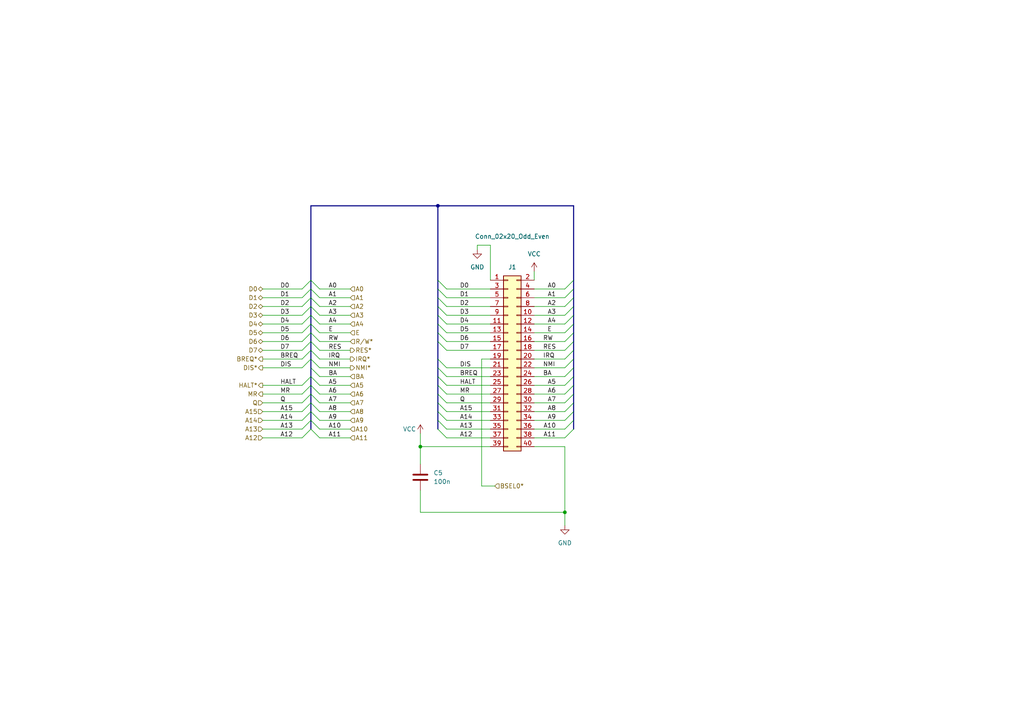
<source format=kicad_sch>
(kicad_sch
	(version 20250114)
	(generator "eeschema")
	(generator_version "9.0")
	(uuid "8686eae7-3c1a-4a76-958f-a44b15eff1a1")
	(paper "A4")
	(title_block
		(title "MC-10 Mate1 back porch board")
		(date "2025-09-07")
		(rev "1")
		(company "kw")
	)
	(lib_symbols
		(symbol "Connector_Generic:Conn_02x20_Odd_Even"
			(pin_names
				(offset 1.016)
				(hide yes)
			)
			(exclude_from_sim no)
			(in_bom yes)
			(on_board yes)
			(property "Reference" "J"
				(at 1.27 25.4 0)
				(effects
					(font
						(size 1.27 1.27)
					)
				)
			)
			(property "Value" "Conn_02x20_Odd_Even"
				(at 1.27 -27.94 0)
				(effects
					(font
						(size 1.27 1.27)
					)
				)
			)
			(property "Footprint" ""
				(at 0 0 0)
				(effects
					(font
						(size 1.27 1.27)
					)
					(hide yes)
				)
			)
			(property "Datasheet" "~"
				(at 0 0 0)
				(effects
					(font
						(size 1.27 1.27)
					)
					(hide yes)
				)
			)
			(property "Description" "Generic connector, double row, 02x20, odd/even pin numbering scheme (row 1 odd numbers, row 2 even numbers), script generated (kicad-library-utils/schlib/autogen/connector/)"
				(at 0 0 0)
				(effects
					(font
						(size 1.27 1.27)
					)
					(hide yes)
				)
			)
			(property "ki_keywords" "connector"
				(at 0 0 0)
				(effects
					(font
						(size 1.27 1.27)
					)
					(hide yes)
				)
			)
			(property "ki_fp_filters" "Connector*:*_2x??_*"
				(at 0 0 0)
				(effects
					(font
						(size 1.27 1.27)
					)
					(hide yes)
				)
			)
			(symbol "Conn_02x20_Odd_Even_1_1"
				(rectangle
					(start -1.27 24.13)
					(end 3.81 -26.67)
					(stroke
						(width 0.254)
						(type default)
					)
					(fill
						(type background)
					)
				)
				(rectangle
					(start -1.27 22.987)
					(end 0 22.733)
					(stroke
						(width 0.1524)
						(type default)
					)
					(fill
						(type none)
					)
				)
				(rectangle
					(start -1.27 20.447)
					(end 0 20.193)
					(stroke
						(width 0.1524)
						(type default)
					)
					(fill
						(type none)
					)
				)
				(rectangle
					(start -1.27 17.907)
					(end 0 17.653)
					(stroke
						(width 0.1524)
						(type default)
					)
					(fill
						(type none)
					)
				)
				(rectangle
					(start -1.27 15.367)
					(end 0 15.113)
					(stroke
						(width 0.1524)
						(type default)
					)
					(fill
						(type none)
					)
				)
				(rectangle
					(start -1.27 12.827)
					(end 0 12.573)
					(stroke
						(width 0.1524)
						(type default)
					)
					(fill
						(type none)
					)
				)
				(rectangle
					(start -1.27 10.287)
					(end 0 10.033)
					(stroke
						(width 0.1524)
						(type default)
					)
					(fill
						(type none)
					)
				)
				(rectangle
					(start -1.27 7.747)
					(end 0 7.493)
					(stroke
						(width 0.1524)
						(type default)
					)
					(fill
						(type none)
					)
				)
				(rectangle
					(start -1.27 5.207)
					(end 0 4.953)
					(stroke
						(width 0.1524)
						(type default)
					)
					(fill
						(type none)
					)
				)
				(rectangle
					(start -1.27 2.667)
					(end 0 2.413)
					(stroke
						(width 0.1524)
						(type default)
					)
					(fill
						(type none)
					)
				)
				(rectangle
					(start -1.27 0.127)
					(end 0 -0.127)
					(stroke
						(width 0.1524)
						(type default)
					)
					(fill
						(type none)
					)
				)
				(rectangle
					(start -1.27 -2.413)
					(end 0 -2.667)
					(stroke
						(width 0.1524)
						(type default)
					)
					(fill
						(type none)
					)
				)
				(rectangle
					(start -1.27 -4.953)
					(end 0 -5.207)
					(stroke
						(width 0.1524)
						(type default)
					)
					(fill
						(type none)
					)
				)
				(rectangle
					(start -1.27 -7.493)
					(end 0 -7.747)
					(stroke
						(width 0.1524)
						(type default)
					)
					(fill
						(type none)
					)
				)
				(rectangle
					(start -1.27 -10.033)
					(end 0 -10.287)
					(stroke
						(width 0.1524)
						(type default)
					)
					(fill
						(type none)
					)
				)
				(rectangle
					(start -1.27 -12.573)
					(end 0 -12.827)
					(stroke
						(width 0.1524)
						(type default)
					)
					(fill
						(type none)
					)
				)
				(rectangle
					(start -1.27 -15.113)
					(end 0 -15.367)
					(stroke
						(width 0.1524)
						(type default)
					)
					(fill
						(type none)
					)
				)
				(rectangle
					(start -1.27 -17.653)
					(end 0 -17.907)
					(stroke
						(width 0.1524)
						(type default)
					)
					(fill
						(type none)
					)
				)
				(rectangle
					(start -1.27 -20.193)
					(end 0 -20.447)
					(stroke
						(width 0.1524)
						(type default)
					)
					(fill
						(type none)
					)
				)
				(rectangle
					(start -1.27 -22.733)
					(end 0 -22.987)
					(stroke
						(width 0.1524)
						(type default)
					)
					(fill
						(type none)
					)
				)
				(rectangle
					(start -1.27 -25.273)
					(end 0 -25.527)
					(stroke
						(width 0.1524)
						(type default)
					)
					(fill
						(type none)
					)
				)
				(rectangle
					(start 3.81 22.987)
					(end 2.54 22.733)
					(stroke
						(width 0.1524)
						(type default)
					)
					(fill
						(type none)
					)
				)
				(rectangle
					(start 3.81 20.447)
					(end 2.54 20.193)
					(stroke
						(width 0.1524)
						(type default)
					)
					(fill
						(type none)
					)
				)
				(rectangle
					(start 3.81 17.907)
					(end 2.54 17.653)
					(stroke
						(width 0.1524)
						(type default)
					)
					(fill
						(type none)
					)
				)
				(rectangle
					(start 3.81 15.367)
					(end 2.54 15.113)
					(stroke
						(width 0.1524)
						(type default)
					)
					(fill
						(type none)
					)
				)
				(rectangle
					(start 3.81 12.827)
					(end 2.54 12.573)
					(stroke
						(width 0.1524)
						(type default)
					)
					(fill
						(type none)
					)
				)
				(rectangle
					(start 3.81 10.287)
					(end 2.54 10.033)
					(stroke
						(width 0.1524)
						(type default)
					)
					(fill
						(type none)
					)
				)
				(rectangle
					(start 3.81 7.747)
					(end 2.54 7.493)
					(stroke
						(width 0.1524)
						(type default)
					)
					(fill
						(type none)
					)
				)
				(rectangle
					(start 3.81 5.207)
					(end 2.54 4.953)
					(stroke
						(width 0.1524)
						(type default)
					)
					(fill
						(type none)
					)
				)
				(rectangle
					(start 3.81 2.667)
					(end 2.54 2.413)
					(stroke
						(width 0.1524)
						(type default)
					)
					(fill
						(type none)
					)
				)
				(rectangle
					(start 3.81 0.127)
					(end 2.54 -0.127)
					(stroke
						(width 0.1524)
						(type default)
					)
					(fill
						(type none)
					)
				)
				(rectangle
					(start 3.81 -2.413)
					(end 2.54 -2.667)
					(stroke
						(width 0.1524)
						(type default)
					)
					(fill
						(type none)
					)
				)
				(rectangle
					(start 3.81 -4.953)
					(end 2.54 -5.207)
					(stroke
						(width 0.1524)
						(type default)
					)
					(fill
						(type none)
					)
				)
				(rectangle
					(start 3.81 -7.493)
					(end 2.54 -7.747)
					(stroke
						(width 0.1524)
						(type default)
					)
					(fill
						(type none)
					)
				)
				(rectangle
					(start 3.81 -10.033)
					(end 2.54 -10.287)
					(stroke
						(width 0.1524)
						(type default)
					)
					(fill
						(type none)
					)
				)
				(rectangle
					(start 3.81 -12.573)
					(end 2.54 -12.827)
					(stroke
						(width 0.1524)
						(type default)
					)
					(fill
						(type none)
					)
				)
				(rectangle
					(start 3.81 -15.113)
					(end 2.54 -15.367)
					(stroke
						(width 0.1524)
						(type default)
					)
					(fill
						(type none)
					)
				)
				(rectangle
					(start 3.81 -17.653)
					(end 2.54 -17.907)
					(stroke
						(width 0.1524)
						(type default)
					)
					(fill
						(type none)
					)
				)
				(rectangle
					(start 3.81 -20.193)
					(end 2.54 -20.447)
					(stroke
						(width 0.1524)
						(type default)
					)
					(fill
						(type none)
					)
				)
				(rectangle
					(start 3.81 -22.733)
					(end 2.54 -22.987)
					(stroke
						(width 0.1524)
						(type default)
					)
					(fill
						(type none)
					)
				)
				(rectangle
					(start 3.81 -25.273)
					(end 2.54 -25.527)
					(stroke
						(width 0.1524)
						(type default)
					)
					(fill
						(type none)
					)
				)
				(pin passive line
					(at -5.08 22.86 0)
					(length 3.81)
					(name "Pin_1"
						(effects
							(font
								(size 1.27 1.27)
							)
						)
					)
					(number "1"
						(effects
							(font
								(size 1.27 1.27)
							)
						)
					)
				)
				(pin passive line
					(at -5.08 20.32 0)
					(length 3.81)
					(name "Pin_3"
						(effects
							(font
								(size 1.27 1.27)
							)
						)
					)
					(number "3"
						(effects
							(font
								(size 1.27 1.27)
							)
						)
					)
				)
				(pin passive line
					(at -5.08 17.78 0)
					(length 3.81)
					(name "Pin_5"
						(effects
							(font
								(size 1.27 1.27)
							)
						)
					)
					(number "5"
						(effects
							(font
								(size 1.27 1.27)
							)
						)
					)
				)
				(pin passive line
					(at -5.08 15.24 0)
					(length 3.81)
					(name "Pin_7"
						(effects
							(font
								(size 1.27 1.27)
							)
						)
					)
					(number "7"
						(effects
							(font
								(size 1.27 1.27)
							)
						)
					)
				)
				(pin passive line
					(at -5.08 12.7 0)
					(length 3.81)
					(name "Pin_9"
						(effects
							(font
								(size 1.27 1.27)
							)
						)
					)
					(number "9"
						(effects
							(font
								(size 1.27 1.27)
							)
						)
					)
				)
				(pin passive line
					(at -5.08 10.16 0)
					(length 3.81)
					(name "Pin_11"
						(effects
							(font
								(size 1.27 1.27)
							)
						)
					)
					(number "11"
						(effects
							(font
								(size 1.27 1.27)
							)
						)
					)
				)
				(pin passive line
					(at -5.08 7.62 0)
					(length 3.81)
					(name "Pin_13"
						(effects
							(font
								(size 1.27 1.27)
							)
						)
					)
					(number "13"
						(effects
							(font
								(size 1.27 1.27)
							)
						)
					)
				)
				(pin passive line
					(at -5.08 5.08 0)
					(length 3.81)
					(name "Pin_15"
						(effects
							(font
								(size 1.27 1.27)
							)
						)
					)
					(number "15"
						(effects
							(font
								(size 1.27 1.27)
							)
						)
					)
				)
				(pin passive line
					(at -5.08 2.54 0)
					(length 3.81)
					(name "Pin_17"
						(effects
							(font
								(size 1.27 1.27)
							)
						)
					)
					(number "17"
						(effects
							(font
								(size 1.27 1.27)
							)
						)
					)
				)
				(pin passive line
					(at -5.08 0 0)
					(length 3.81)
					(name "Pin_19"
						(effects
							(font
								(size 1.27 1.27)
							)
						)
					)
					(number "19"
						(effects
							(font
								(size 1.27 1.27)
							)
						)
					)
				)
				(pin passive line
					(at -5.08 -2.54 0)
					(length 3.81)
					(name "Pin_21"
						(effects
							(font
								(size 1.27 1.27)
							)
						)
					)
					(number "21"
						(effects
							(font
								(size 1.27 1.27)
							)
						)
					)
				)
				(pin passive line
					(at -5.08 -5.08 0)
					(length 3.81)
					(name "Pin_23"
						(effects
							(font
								(size 1.27 1.27)
							)
						)
					)
					(number "23"
						(effects
							(font
								(size 1.27 1.27)
							)
						)
					)
				)
				(pin passive line
					(at -5.08 -7.62 0)
					(length 3.81)
					(name "Pin_25"
						(effects
							(font
								(size 1.27 1.27)
							)
						)
					)
					(number "25"
						(effects
							(font
								(size 1.27 1.27)
							)
						)
					)
				)
				(pin passive line
					(at -5.08 -10.16 0)
					(length 3.81)
					(name "Pin_27"
						(effects
							(font
								(size 1.27 1.27)
							)
						)
					)
					(number "27"
						(effects
							(font
								(size 1.27 1.27)
							)
						)
					)
				)
				(pin passive line
					(at -5.08 -12.7 0)
					(length 3.81)
					(name "Pin_29"
						(effects
							(font
								(size 1.27 1.27)
							)
						)
					)
					(number "29"
						(effects
							(font
								(size 1.27 1.27)
							)
						)
					)
				)
				(pin passive line
					(at -5.08 -15.24 0)
					(length 3.81)
					(name "Pin_31"
						(effects
							(font
								(size 1.27 1.27)
							)
						)
					)
					(number "31"
						(effects
							(font
								(size 1.27 1.27)
							)
						)
					)
				)
				(pin passive line
					(at -5.08 -17.78 0)
					(length 3.81)
					(name "Pin_33"
						(effects
							(font
								(size 1.27 1.27)
							)
						)
					)
					(number "33"
						(effects
							(font
								(size 1.27 1.27)
							)
						)
					)
				)
				(pin passive line
					(at -5.08 -20.32 0)
					(length 3.81)
					(name "Pin_35"
						(effects
							(font
								(size 1.27 1.27)
							)
						)
					)
					(number "35"
						(effects
							(font
								(size 1.27 1.27)
							)
						)
					)
				)
				(pin passive line
					(at -5.08 -22.86 0)
					(length 3.81)
					(name "Pin_37"
						(effects
							(font
								(size 1.27 1.27)
							)
						)
					)
					(number "37"
						(effects
							(font
								(size 1.27 1.27)
							)
						)
					)
				)
				(pin passive line
					(at -5.08 -25.4 0)
					(length 3.81)
					(name "Pin_39"
						(effects
							(font
								(size 1.27 1.27)
							)
						)
					)
					(number "39"
						(effects
							(font
								(size 1.27 1.27)
							)
						)
					)
				)
				(pin passive line
					(at 7.62 22.86 180)
					(length 3.81)
					(name "Pin_2"
						(effects
							(font
								(size 1.27 1.27)
							)
						)
					)
					(number "2"
						(effects
							(font
								(size 1.27 1.27)
							)
						)
					)
				)
				(pin passive line
					(at 7.62 20.32 180)
					(length 3.81)
					(name "Pin_4"
						(effects
							(font
								(size 1.27 1.27)
							)
						)
					)
					(number "4"
						(effects
							(font
								(size 1.27 1.27)
							)
						)
					)
				)
				(pin passive line
					(at 7.62 17.78 180)
					(length 3.81)
					(name "Pin_6"
						(effects
							(font
								(size 1.27 1.27)
							)
						)
					)
					(number "6"
						(effects
							(font
								(size 1.27 1.27)
							)
						)
					)
				)
				(pin passive line
					(at 7.62 15.24 180)
					(length 3.81)
					(name "Pin_8"
						(effects
							(font
								(size 1.27 1.27)
							)
						)
					)
					(number "8"
						(effects
							(font
								(size 1.27 1.27)
							)
						)
					)
				)
				(pin passive line
					(at 7.62 12.7 180)
					(length 3.81)
					(name "Pin_10"
						(effects
							(font
								(size 1.27 1.27)
							)
						)
					)
					(number "10"
						(effects
							(font
								(size 1.27 1.27)
							)
						)
					)
				)
				(pin passive line
					(at 7.62 10.16 180)
					(length 3.81)
					(name "Pin_12"
						(effects
							(font
								(size 1.27 1.27)
							)
						)
					)
					(number "12"
						(effects
							(font
								(size 1.27 1.27)
							)
						)
					)
				)
				(pin passive line
					(at 7.62 7.62 180)
					(length 3.81)
					(name "Pin_14"
						(effects
							(font
								(size 1.27 1.27)
							)
						)
					)
					(number "14"
						(effects
							(font
								(size 1.27 1.27)
							)
						)
					)
				)
				(pin passive line
					(at 7.62 5.08 180)
					(length 3.81)
					(name "Pin_16"
						(effects
							(font
								(size 1.27 1.27)
							)
						)
					)
					(number "16"
						(effects
							(font
								(size 1.27 1.27)
							)
						)
					)
				)
				(pin passive line
					(at 7.62 2.54 180)
					(length 3.81)
					(name "Pin_18"
						(effects
							(font
								(size 1.27 1.27)
							)
						)
					)
					(number "18"
						(effects
							(font
								(size 1.27 1.27)
							)
						)
					)
				)
				(pin passive line
					(at 7.62 0 180)
					(length 3.81)
					(name "Pin_20"
						(effects
							(font
								(size 1.27 1.27)
							)
						)
					)
					(number "20"
						(effects
							(font
								(size 1.27 1.27)
							)
						)
					)
				)
				(pin passive line
					(at 7.62 -2.54 180)
					(length 3.81)
					(name "Pin_22"
						(effects
							(font
								(size 1.27 1.27)
							)
						)
					)
					(number "22"
						(effects
							(font
								(size 1.27 1.27)
							)
						)
					)
				)
				(pin passive line
					(at 7.62 -5.08 180)
					(length 3.81)
					(name "Pin_24"
						(effects
							(font
								(size 1.27 1.27)
							)
						)
					)
					(number "24"
						(effects
							(font
								(size 1.27 1.27)
							)
						)
					)
				)
				(pin passive line
					(at 7.62 -7.62 180)
					(length 3.81)
					(name "Pin_26"
						(effects
							(font
								(size 1.27 1.27)
							)
						)
					)
					(number "26"
						(effects
							(font
								(size 1.27 1.27)
							)
						)
					)
				)
				(pin passive line
					(at 7.62 -10.16 180)
					(length 3.81)
					(name "Pin_28"
						(effects
							(font
								(size 1.27 1.27)
							)
						)
					)
					(number "28"
						(effects
							(font
								(size 1.27 1.27)
							)
						)
					)
				)
				(pin passive line
					(at 7.62 -12.7 180)
					(length 3.81)
					(name "Pin_30"
						(effects
							(font
								(size 1.27 1.27)
							)
						)
					)
					(number "30"
						(effects
							(font
								(size 1.27 1.27)
							)
						)
					)
				)
				(pin passive line
					(at 7.62 -15.24 180)
					(length 3.81)
					(name "Pin_32"
						(effects
							(font
								(size 1.27 1.27)
							)
						)
					)
					(number "32"
						(effects
							(font
								(size 1.27 1.27)
							)
						)
					)
				)
				(pin passive line
					(at 7.62 -17.78 180)
					(length 3.81)
					(name "Pin_34"
						(effects
							(font
								(size 1.27 1.27)
							)
						)
					)
					(number "34"
						(effects
							(font
								(size 1.27 1.27)
							)
						)
					)
				)
				(pin passive line
					(at 7.62 -20.32 180)
					(length 3.81)
					(name "Pin_36"
						(effects
							(font
								(size 1.27 1.27)
							)
						)
					)
					(number "36"
						(effects
							(font
								(size 1.27 1.27)
							)
						)
					)
				)
				(pin passive line
					(at 7.62 -22.86 180)
					(length 3.81)
					(name "Pin_38"
						(effects
							(font
								(size 1.27 1.27)
							)
						)
					)
					(number "38"
						(effects
							(font
								(size 1.27 1.27)
							)
						)
					)
				)
				(pin passive line
					(at 7.62 -25.4 180)
					(length 3.81)
					(name "Pin_40"
						(effects
							(font
								(size 1.27 1.27)
							)
						)
					)
					(number "40"
						(effects
							(font
								(size 1.27 1.27)
							)
						)
					)
				)
			)
			(embedded_fonts no)
		)
		(symbol "Device:C"
			(pin_numbers
				(hide yes)
			)
			(pin_names
				(offset 0.254)
			)
			(exclude_from_sim no)
			(in_bom yes)
			(on_board yes)
			(property "Reference" "C"
				(at 0.635 2.54 0)
				(effects
					(font
						(size 1.27 1.27)
					)
					(justify left)
				)
			)
			(property "Value" "C"
				(at 0.635 -2.54 0)
				(effects
					(font
						(size 1.27 1.27)
					)
					(justify left)
				)
			)
			(property "Footprint" ""
				(at 0.9652 -3.81 0)
				(effects
					(font
						(size 1.27 1.27)
					)
					(hide yes)
				)
			)
			(property "Datasheet" "~"
				(at 0 0 0)
				(effects
					(font
						(size 1.27 1.27)
					)
					(hide yes)
				)
			)
			(property "Description" "Unpolarized capacitor"
				(at 0 0 0)
				(effects
					(font
						(size 1.27 1.27)
					)
					(hide yes)
				)
			)
			(property "ki_keywords" "cap capacitor"
				(at 0 0 0)
				(effects
					(font
						(size 1.27 1.27)
					)
					(hide yes)
				)
			)
			(property "ki_fp_filters" "C_*"
				(at 0 0 0)
				(effects
					(font
						(size 1.27 1.27)
					)
					(hide yes)
				)
			)
			(symbol "C_0_1"
				(polyline
					(pts
						(xy -2.032 0.762) (xy 2.032 0.762)
					)
					(stroke
						(width 0.508)
						(type default)
					)
					(fill
						(type none)
					)
				)
				(polyline
					(pts
						(xy -2.032 -0.762) (xy 2.032 -0.762)
					)
					(stroke
						(width 0.508)
						(type default)
					)
					(fill
						(type none)
					)
				)
			)
			(symbol "C_1_1"
				(pin passive line
					(at 0 3.81 270)
					(length 2.794)
					(name "~"
						(effects
							(font
								(size 1.27 1.27)
							)
						)
					)
					(number "1"
						(effects
							(font
								(size 1.27 1.27)
							)
						)
					)
				)
				(pin passive line
					(at 0 -3.81 90)
					(length 2.794)
					(name "~"
						(effects
							(font
								(size 1.27 1.27)
							)
						)
					)
					(number "2"
						(effects
							(font
								(size 1.27 1.27)
							)
						)
					)
				)
			)
			(embedded_fonts no)
		)
		(symbol "power:GND"
			(power)
			(pin_names
				(offset 0)
			)
			(exclude_from_sim no)
			(in_bom yes)
			(on_board yes)
			(property "Reference" "#PWR"
				(at 0 -6.35 0)
				(effects
					(font
						(size 1.27 1.27)
					)
					(hide yes)
				)
			)
			(property "Value" "GND"
				(at 0 -3.81 0)
				(effects
					(font
						(size 1.27 1.27)
					)
				)
			)
			(property "Footprint" ""
				(at 0 0 0)
				(effects
					(font
						(size 1.27 1.27)
					)
					(hide yes)
				)
			)
			(property "Datasheet" ""
				(at 0 0 0)
				(effects
					(font
						(size 1.27 1.27)
					)
					(hide yes)
				)
			)
			(property "Description" "Power symbol creates a global label with name \"GND\" , ground"
				(at 0 0 0)
				(effects
					(font
						(size 1.27 1.27)
					)
					(hide yes)
				)
			)
			(property "ki_keywords" "power-flag"
				(at 0 0 0)
				(effects
					(font
						(size 1.27 1.27)
					)
					(hide yes)
				)
			)
			(symbol "GND_0_1"
				(polyline
					(pts
						(xy 0 0) (xy 0 -1.27) (xy 1.27 -1.27) (xy 0 -2.54) (xy -1.27 -1.27) (xy 0 -1.27)
					)
					(stroke
						(width 0)
						(type default)
					)
					(fill
						(type none)
					)
				)
			)
			(symbol "GND_1_1"
				(pin power_in line
					(at 0 0 270)
					(length 0)
					(hide yes)
					(name "GND"
						(effects
							(font
								(size 1.27 1.27)
							)
						)
					)
					(number "1"
						(effects
							(font
								(size 1.27 1.27)
							)
						)
					)
				)
			)
			(embedded_fonts no)
		)
		(symbol "power:VCC"
			(power)
			(pin_names
				(offset 0)
			)
			(exclude_from_sim no)
			(in_bom yes)
			(on_board yes)
			(property "Reference" "#PWR"
				(at 0 -3.81 0)
				(effects
					(font
						(size 1.27 1.27)
					)
					(hide yes)
				)
			)
			(property "Value" "VCC"
				(at 0 3.81 0)
				(effects
					(font
						(size 1.27 1.27)
					)
				)
			)
			(property "Footprint" ""
				(at 0 0 0)
				(effects
					(font
						(size 1.27 1.27)
					)
					(hide yes)
				)
			)
			(property "Datasheet" ""
				(at 0 0 0)
				(effects
					(font
						(size 1.27 1.27)
					)
					(hide yes)
				)
			)
			(property "Description" "Power symbol creates a global label with name \"VCC\""
				(at 0 0 0)
				(effects
					(font
						(size 1.27 1.27)
					)
					(hide yes)
				)
			)
			(property "ki_keywords" "power-flag"
				(at 0 0 0)
				(effects
					(font
						(size 1.27 1.27)
					)
					(hide yes)
				)
			)
			(symbol "VCC_0_1"
				(polyline
					(pts
						(xy -0.762 1.27) (xy 0 2.54)
					)
					(stroke
						(width 0)
						(type default)
					)
					(fill
						(type none)
					)
				)
				(polyline
					(pts
						(xy 0 2.54) (xy 0.762 1.27)
					)
					(stroke
						(width 0)
						(type default)
					)
					(fill
						(type none)
					)
				)
				(polyline
					(pts
						(xy 0 0) (xy 0 2.54)
					)
					(stroke
						(width 0)
						(type default)
					)
					(fill
						(type none)
					)
				)
			)
			(symbol "VCC_1_1"
				(pin power_in line
					(at 0 0 90)
					(length 0)
					(hide yes)
					(name "VCC"
						(effects
							(font
								(size 1.27 1.27)
							)
						)
					)
					(number "1"
						(effects
							(font
								(size 1.27 1.27)
							)
						)
					)
				)
			)
			(embedded_fonts no)
		)
	)
	(junction
		(at 121.92 129.54)
		(diameter 0)
		(color 0 0 0 0)
		(uuid "0cf03fae-ff15-448a-82e3-bcc776bea1f7")
	)
	(junction
		(at 127 59.69)
		(diameter 0)
		(color 0 0 0 0)
		(uuid "837c15a0-1056-4458-8152-05dffd5bef8c")
	)
	(junction
		(at 163.83 148.59)
		(diameter 0)
		(color 0 0 0 0)
		(uuid "f6222252-557a-40d6-98fe-864737064694")
	)
	(bus_entry
		(at 90.17 106.68)
		(size 2.54 2.54)
		(stroke
			(width 0)
			(type default)
		)
		(uuid "00271ee8-bb70-4dd0-9613-2f4c001812df")
	)
	(bus_entry
		(at 166.37 96.52)
		(size -2.54 2.54)
		(stroke
			(width 0)
			(type default)
		)
		(uuid "012829c2-8eb7-438f-a73f-545e19a12f6d")
	)
	(bus_entry
		(at 90.17 81.28)
		(size -2.54 2.54)
		(stroke
			(width 0)
			(type default)
		)
		(uuid "02e95fe9-8134-4467-bcc3-5afa1592f662")
	)
	(bus_entry
		(at 90.17 99.06)
		(size 2.54 2.54)
		(stroke
			(width 0)
			(type default)
		)
		(uuid "0a53d3d7-1cdf-450c-b5b5-6ceed568c933")
	)
	(bus_entry
		(at 90.17 93.98)
		(size 2.54 2.54)
		(stroke
			(width 0)
			(type default)
		)
		(uuid "0d44ac20-0dec-40ab-ae95-75298288689f")
	)
	(bus_entry
		(at 90.17 121.92)
		(size -2.54 2.54)
		(stroke
			(width 0)
			(type default)
		)
		(uuid "0f0c498d-1130-45cf-978f-23e74b41a879")
	)
	(bus_entry
		(at 90.17 104.14)
		(size 2.54 2.54)
		(stroke
			(width 0)
			(type default)
		)
		(uuid "117a72e3-e69f-49e3-adba-f2c048e7863d")
	)
	(bus_entry
		(at 127 104.14)
		(size 2.54 2.54)
		(stroke
			(width 0)
			(type default)
		)
		(uuid "12e3aeab-3bab-4a5d-ab25-b817a12a1c3f")
	)
	(bus_entry
		(at 90.17 93.98)
		(size -2.54 2.54)
		(stroke
			(width 0)
			(type default)
		)
		(uuid "25f6d698-7138-4434-9726-a4c6cd99e9f0")
	)
	(bus_entry
		(at 127 114.3)
		(size 2.54 2.54)
		(stroke
			(width 0)
			(type default)
		)
		(uuid "268636f5-4c08-4678-b0af-ff587e45ea6c")
	)
	(bus_entry
		(at 90.17 81.28)
		(size 2.54 2.54)
		(stroke
			(width 0)
			(type default)
		)
		(uuid "26dc2eba-41d5-4ac5-aa71-cabbb405bf45")
	)
	(bus_entry
		(at 90.17 99.06)
		(size -2.54 2.54)
		(stroke
			(width 0)
			(type default)
		)
		(uuid "2a329735-72a7-4182-937e-046ed420092f")
	)
	(bus_entry
		(at 90.17 116.84)
		(size 2.54 2.54)
		(stroke
			(width 0)
			(type default)
		)
		(uuid "2b42a8df-465f-4b4a-9c27-dd66183d47a5")
	)
	(bus_entry
		(at 90.17 83.82)
		(size 2.54 2.54)
		(stroke
			(width 0)
			(type default)
		)
		(uuid "31a30f14-4fdf-4f4a-8b20-d2495f338b33")
	)
	(bus_entry
		(at 166.37 109.22)
		(size -2.54 2.54)
		(stroke
			(width 0)
			(type default)
		)
		(uuid "333fc011-7d38-4457-a6ba-7747a5f7b9b4")
	)
	(bus_entry
		(at 127 99.06)
		(size 2.54 2.54)
		(stroke
			(width 0)
			(type default)
		)
		(uuid "352147f7-07b8-4e2f-a343-91e57d172aa2")
	)
	(bus_entry
		(at 90.17 124.46)
		(size -2.54 2.54)
		(stroke
			(width 0)
			(type default)
		)
		(uuid "3b90691b-c4e8-4dad-b690-21914dd057e9")
	)
	(bus_entry
		(at 166.37 99.06)
		(size -2.54 2.54)
		(stroke
			(width 0)
			(type default)
		)
		(uuid "3ecdf6a9-6ea0-47a1-81bf-330b24e960ae")
	)
	(bus_entry
		(at 166.37 86.36)
		(size -2.54 2.54)
		(stroke
			(width 0)
			(type default)
		)
		(uuid "3ffe589c-b582-4d6c-b07e-288b3d5de447")
	)
	(bus_entry
		(at 127 86.36)
		(size 2.54 2.54)
		(stroke
			(width 0)
			(type default)
		)
		(uuid "40868b4a-f672-4287-8d2d-318df1dd41d4")
	)
	(bus_entry
		(at 166.37 124.46)
		(size -2.54 2.54)
		(stroke
			(width 0)
			(type default)
		)
		(uuid "41d73fef-e886-4c2e-b413-4c0b36c82fa4")
	)
	(bus_entry
		(at 127 124.46)
		(size 2.54 2.54)
		(stroke
			(width 0)
			(type default)
		)
		(uuid "45c0bce7-a722-4efa-a6ec-42b0b581a266")
	)
	(bus_entry
		(at 127 96.52)
		(size 2.54 2.54)
		(stroke
			(width 0)
			(type default)
		)
		(uuid "4d7879e3-92a5-4edb-bef6-cf360a0041d3")
	)
	(bus_entry
		(at 90.17 88.9)
		(size 2.54 2.54)
		(stroke
			(width 0)
			(type default)
		)
		(uuid "4dedeced-0a21-4533-96e6-f62e6e80a053")
	)
	(bus_entry
		(at 166.37 119.38)
		(size -2.54 2.54)
		(stroke
			(width 0)
			(type default)
		)
		(uuid "50bc55f8-37ad-46a2-a96e-537d32e2c054")
	)
	(bus_entry
		(at 127 111.76)
		(size 2.54 2.54)
		(stroke
			(width 0)
			(type default)
		)
		(uuid "540eea71-24e7-417c-ad6e-5732f8453352")
	)
	(bus_entry
		(at 166.37 111.76)
		(size -2.54 2.54)
		(stroke
			(width 0)
			(type default)
		)
		(uuid "54cccccf-6c6a-4c45-a419-467909957a5d")
	)
	(bus_entry
		(at 90.17 121.92)
		(size 2.54 2.54)
		(stroke
			(width 0)
			(type default)
		)
		(uuid "60e3216b-8ff8-49ea-9e6d-8dcd2ee73f80")
	)
	(bus_entry
		(at 127 119.38)
		(size 2.54 2.54)
		(stroke
			(width 0)
			(type default)
		)
		(uuid "622d7e97-8063-4410-bb25-f0d9b642cf70")
	)
	(bus_entry
		(at 127 121.92)
		(size 2.54 2.54)
		(stroke
			(width 0)
			(type default)
		)
		(uuid "636796b7-d1ac-40fb-a6b9-e221a8bbc6e9")
	)
	(bus_entry
		(at 90.17 109.22)
		(size -2.54 2.54)
		(stroke
			(width 0)
			(type default)
		)
		(uuid "63aaf4eb-e8c3-436d-a689-c7df8b62b30e")
	)
	(bus_entry
		(at 166.37 114.3)
		(size -2.54 2.54)
		(stroke
			(width 0)
			(type default)
		)
		(uuid "64604343-71e5-41f4-af46-ee9cd672fab3")
	)
	(bus_entry
		(at 90.17 101.6)
		(size -2.54 2.54)
		(stroke
			(width 0)
			(type default)
		)
		(uuid "67f74666-f17b-41bf-9561-a01ec2ea94b3")
	)
	(bus_entry
		(at 90.17 96.52)
		(size -2.54 2.54)
		(stroke
			(width 0)
			(type default)
		)
		(uuid "6b724bf4-a116-4880-bd55-885311e464f1")
	)
	(bus_entry
		(at 90.17 86.36)
		(size -2.54 2.54)
		(stroke
			(width 0)
			(type default)
		)
		(uuid "6bcf5277-8f78-4d76-a107-1313d363cd32")
	)
	(bus_entry
		(at 90.17 83.82)
		(size -2.54 2.54)
		(stroke
			(width 0)
			(type default)
		)
		(uuid "7ce9bc5c-62bb-4113-8462-249d7a6c7fd6")
	)
	(bus_entry
		(at 127 83.82)
		(size 2.54 2.54)
		(stroke
			(width 0)
			(type default)
		)
		(uuid "7fb027ed-03d0-463f-a81b-1891a3375886")
	)
	(bus_entry
		(at 127 109.22)
		(size 2.54 2.54)
		(stroke
			(width 0)
			(type default)
		)
		(uuid "80b076bb-9fa0-42b8-90ba-eb4140d09aca")
	)
	(bus_entry
		(at 127 91.44)
		(size 2.54 2.54)
		(stroke
			(width 0)
			(type default)
		)
		(uuid "86d8b04e-0e8d-463e-b004-d061e4f5c2a6")
	)
	(bus_entry
		(at 127 93.98)
		(size 2.54 2.54)
		(stroke
			(width 0)
			(type default)
		)
		(uuid "88cd1bcd-ec91-400b-ba78-9726319fb811")
	)
	(bus_entry
		(at 166.37 81.28)
		(size -2.54 2.54)
		(stroke
			(width 0)
			(type default)
		)
		(uuid "8ac01ab8-f45b-44cb-9bb4-bda6918cd771")
	)
	(bus_entry
		(at 90.17 114.3)
		(size 2.54 2.54)
		(stroke
			(width 0)
			(type default)
		)
		(uuid "8b01f2c1-167b-4e55-b10e-3cb2e8c19894")
	)
	(bus_entry
		(at 166.37 101.6)
		(size -2.54 2.54)
		(stroke
			(width 0)
			(type default)
		)
		(uuid "8b4d1661-45c2-4eb4-9981-e26d56caa015")
	)
	(bus_entry
		(at 166.37 116.84)
		(size -2.54 2.54)
		(stroke
			(width 0)
			(type default)
		)
		(uuid "8c86e75a-79fc-4748-bf02-704414c0c24d")
	)
	(bus_entry
		(at 166.37 104.14)
		(size -2.54 2.54)
		(stroke
			(width 0)
			(type default)
		)
		(uuid "8f564b77-0f33-4c29-9e9f-07360729c33a")
	)
	(bus_entry
		(at 90.17 116.84)
		(size -2.54 2.54)
		(stroke
			(width 0)
			(type default)
		)
		(uuid "90a65af2-f6bc-45f0-a668-b613973b724a")
	)
	(bus_entry
		(at 90.17 88.9)
		(size -2.54 2.54)
		(stroke
			(width 0)
			(type default)
		)
		(uuid "9117ad1f-5068-4e9c-81bb-45e1310fd6bd")
	)
	(bus_entry
		(at 90.17 104.14)
		(size -2.54 2.54)
		(stroke
			(width 0)
			(type default)
		)
		(uuid "9d1fdaf2-e6e3-4f29-996f-dbe705a58968")
	)
	(bus_entry
		(at 127 106.68)
		(size 2.54 2.54)
		(stroke
			(width 0)
			(type default)
		)
		(uuid "9e12f479-e55c-4934-805b-3e59f777920d")
	)
	(bus_entry
		(at 90.17 111.76)
		(size -2.54 2.54)
		(stroke
			(width 0)
			(type default)
		)
		(uuid "9ff782ff-507c-4bbd-b1b8-ba5eb13a0f67")
	)
	(bus_entry
		(at 166.37 88.9)
		(size -2.54 2.54)
		(stroke
			(width 0)
			(type default)
		)
		(uuid "a16be40a-83b1-4754-90af-2e14289329fc")
	)
	(bus_entry
		(at 90.17 96.52)
		(size 2.54 2.54)
		(stroke
			(width 0)
			(type default)
		)
		(uuid "a2633c88-796c-4166-9adb-b1a61be27eee")
	)
	(bus_entry
		(at 90.17 124.46)
		(size 2.54 2.54)
		(stroke
			(width 0)
			(type default)
		)
		(uuid "a3f70a66-04e6-4661-8b8b-611ec08ad996")
	)
	(bus_entry
		(at 90.17 119.38)
		(size -2.54 2.54)
		(stroke
			(width 0)
			(type default)
		)
		(uuid "a4333148-b361-4950-81b6-f6dc81ee15d3")
	)
	(bus_entry
		(at 127 81.28)
		(size 2.54 2.54)
		(stroke
			(width 0)
			(type default)
		)
		(uuid "a487e78c-d9c1-4ee9-9e6e-fcc92ae63e16")
	)
	(bus_entry
		(at 90.17 86.36)
		(size 2.54 2.54)
		(stroke
			(width 0)
			(type default)
		)
		(uuid "a5c9a67c-bd09-4791-8d74-355304f4d5c2")
	)
	(bus_entry
		(at 90.17 119.38)
		(size 2.54 2.54)
		(stroke
			(width 0)
			(type default)
		)
		(uuid "ac11da9f-ab0c-492a-bfa8-7c071cdf9cde")
	)
	(bus_entry
		(at 166.37 83.82)
		(size -2.54 2.54)
		(stroke
			(width 0)
			(type default)
		)
		(uuid "ba61258d-d27b-4ba2-8187-6e3b08fca0bb")
	)
	(bus_entry
		(at 166.37 106.68)
		(size -2.54 2.54)
		(stroke
			(width 0)
			(type default)
		)
		(uuid "bd945488-a4dd-4ea9-adfd-b735ca64ef0d")
	)
	(bus_entry
		(at 90.17 101.6)
		(size 2.54 2.54)
		(stroke
			(width 0)
			(type default)
		)
		(uuid "c516d05f-5c65-4e16-a13b-8983b9fcaa3f")
	)
	(bus_entry
		(at 127 116.84)
		(size 2.54 2.54)
		(stroke
			(width 0)
			(type default)
		)
		(uuid "c95fb924-01b0-474f-8565-68df4b44b20e")
	)
	(bus_entry
		(at 90.17 111.76)
		(size 2.54 2.54)
		(stroke
			(width 0)
			(type default)
		)
		(uuid "ce61ccea-eeef-4890-9a1b-fff445b3dcdb")
	)
	(bus_entry
		(at 90.17 91.44)
		(size -2.54 2.54)
		(stroke
			(width 0)
			(type default)
		)
		(uuid "d243d148-5e6f-4c93-bb1e-b4cae4945bf3")
	)
	(bus_entry
		(at 90.17 91.44)
		(size 2.54 2.54)
		(stroke
			(width 0)
			(type default)
		)
		(uuid "d2cec576-428a-443b-9c87-a85886fdcaa7")
	)
	(bus_entry
		(at 166.37 93.98)
		(size -2.54 2.54)
		(stroke
			(width 0)
			(type default)
		)
		(uuid "d4d18339-ded7-4e47-b672-ae7ff951065a")
	)
	(bus_entry
		(at 166.37 121.92)
		(size -2.54 2.54)
		(stroke
			(width 0)
			(type default)
		)
		(uuid "d6f8dd2c-4cae-4821-93e0-c0b10c80004c")
	)
	(bus_entry
		(at 90.17 109.22)
		(size 2.54 2.54)
		(stroke
			(width 0)
			(type default)
		)
		(uuid "dffb20d7-4363-461f-bced-f6fa45720a4b")
	)
	(bus_entry
		(at 166.37 91.44)
		(size -2.54 2.54)
		(stroke
			(width 0)
			(type default)
		)
		(uuid "e36b1663-cff3-4bae-b40f-7046cc3a2ab3")
	)
	(bus_entry
		(at 127 88.9)
		(size 2.54 2.54)
		(stroke
			(width 0)
			(type default)
		)
		(uuid "ec0d92e4-f083-4484-b785-ee3e327e2f4f")
	)
	(bus_entry
		(at 90.17 114.3)
		(size -2.54 2.54)
		(stroke
			(width 0)
			(type default)
		)
		(uuid "f13c8c02-5706-4bda-b023-cd25558f7b14")
	)
	(wire
		(pts
			(xy 76.2 121.92) (xy 87.63 121.92)
		)
		(stroke
			(width 0)
			(type default)
		)
		(uuid "023515b3-d7cc-40dc-bf10-cb4c2dc3ecb6")
	)
	(bus
		(pts
			(xy 166.37 59.69) (xy 166.37 81.28)
		)
		(stroke
			(width 0)
			(type default)
		)
		(uuid "02629e13-eb1d-4e7b-90b0-e52afa210165")
	)
	(bus
		(pts
			(xy 90.17 83.82) (xy 90.17 81.28)
		)
		(stroke
			(width 0)
			(type default)
		)
		(uuid "03001aad-fa18-4d26-887e-bfc7207e9c94")
	)
	(wire
		(pts
			(xy 129.54 83.82) (xy 142.24 83.82)
		)
		(stroke
			(width 0)
			(type default)
		)
		(uuid "08699941-69c1-4981-a7a7-ed3300fa5575")
	)
	(bus
		(pts
			(xy 127 99.06) (xy 127 104.14)
		)
		(stroke
			(width 0)
			(type default)
		)
		(uuid "0920c54f-c164-4c8f-9da6-d5a9b651b77e")
	)
	(bus
		(pts
			(xy 90.17 81.28) (xy 90.17 59.69)
		)
		(stroke
			(width 0)
			(type default)
		)
		(uuid "095bcefa-f943-46dd-b0c4-5ccef68014a8")
	)
	(bus
		(pts
			(xy 90.17 124.46) (xy 90.17 121.92)
		)
		(stroke
			(width 0)
			(type default)
		)
		(uuid "095cc50c-5d54-43cb-8fe7-e0801a884641")
	)
	(bus
		(pts
			(xy 166.37 91.44) (xy 166.37 88.9)
		)
		(stroke
			(width 0)
			(type default)
		)
		(uuid "0c9036ea-ecfa-489e-a1c2-e3c6b4b82e17")
	)
	(bus
		(pts
			(xy 127 119.38) (xy 127 116.84)
		)
		(stroke
			(width 0)
			(type default)
		)
		(uuid "0d1c23e0-a9cd-4ea6-9042-f2014e60621c")
	)
	(wire
		(pts
			(xy 129.54 88.9) (xy 142.24 88.9)
		)
		(stroke
			(width 0)
			(type default)
		)
		(uuid "0e3e5981-f4f7-4acb-8e4c-a46e09d44178")
	)
	(wire
		(pts
			(xy 129.54 119.38) (xy 142.24 119.38)
		)
		(stroke
			(width 0)
			(type default)
		)
		(uuid "0f16f6aa-cf22-490e-b289-3bddd0e146bb")
	)
	(wire
		(pts
			(xy 163.83 152.4) (xy 163.83 148.59)
		)
		(stroke
			(width 0)
			(type default)
		)
		(uuid "0f669c57-1590-44d5-9de3-92614722c266")
	)
	(wire
		(pts
			(xy 139.7 104.14) (xy 139.7 140.97)
		)
		(stroke
			(width 0)
			(type default)
		)
		(uuid "1241c5e4-3098-4197-ac23-bfb18521abdd")
	)
	(wire
		(pts
			(xy 121.92 129.54) (xy 121.92 125.73)
		)
		(stroke
			(width 0)
			(type default)
		)
		(uuid "17366eb7-ad1b-4fd5-be44-eab352394f0e")
	)
	(wire
		(pts
			(xy 76.2 127) (xy 87.63 127)
		)
		(stroke
			(width 0)
			(type default)
		)
		(uuid "1b27842f-2aeb-47b2-b73a-80cd4e465e2e")
	)
	(wire
		(pts
			(xy 154.94 88.9) (xy 163.83 88.9)
		)
		(stroke
			(width 0)
			(type default)
		)
		(uuid "1f05bdab-e2a2-485e-adc3-47a16c24d47d")
	)
	(bus
		(pts
			(xy 90.17 101.6) (xy 90.17 99.06)
		)
		(stroke
			(width 0)
			(type default)
		)
		(uuid "2165bcdd-65f8-4a7f-9833-426e07b2a9b9")
	)
	(bus
		(pts
			(xy 166.37 114.3) (xy 166.37 111.76)
		)
		(stroke
			(width 0)
			(type default)
		)
		(uuid "22670ebe-e3c6-4504-9037-fc4927073873")
	)
	(bus
		(pts
			(xy 127 91.44) (xy 127 88.9)
		)
		(stroke
			(width 0)
			(type default)
		)
		(uuid "23fec1c8-429e-4c40-8c53-c984395c1493")
	)
	(bus
		(pts
			(xy 127 114.3) (xy 127 116.84)
		)
		(stroke
			(width 0)
			(type default)
		)
		(uuid "2551d5e3-1b72-4ecf-abc7-6e956fdfaac5")
	)
	(bus
		(pts
			(xy 166.37 83.82) (xy 166.37 81.28)
		)
		(stroke
			(width 0)
			(type default)
		)
		(uuid "265c8146-29d8-4e98-97e4-61851ff383ce")
	)
	(bus
		(pts
			(xy 90.17 116.84) (xy 90.17 114.3)
		)
		(stroke
			(width 0)
			(type default)
		)
		(uuid "27f4f568-2226-4f36-8a0c-03f471990da7")
	)
	(wire
		(pts
			(xy 129.54 114.3) (xy 142.24 114.3)
		)
		(stroke
			(width 0)
			(type default)
		)
		(uuid "28d0400c-3b21-4889-bd7e-8b70964cda02")
	)
	(bus
		(pts
			(xy 90.17 88.9) (xy 90.17 86.36)
		)
		(stroke
			(width 0)
			(type default)
		)
		(uuid "2d61ebaf-aa1f-4ae8-b389-abc70caff096")
	)
	(wire
		(pts
			(xy 92.71 86.36) (xy 101.6 86.36)
		)
		(stroke
			(width 0)
			(type default)
		)
		(uuid "31948bbf-ed49-4077-a860-29086785f5a8")
	)
	(wire
		(pts
			(xy 154.94 111.76) (xy 163.83 111.76)
		)
		(stroke
			(width 0)
			(type default)
		)
		(uuid "31d2a95b-2f23-474e-af32-97a5ff5c2713")
	)
	(wire
		(pts
			(xy 129.54 109.22) (xy 142.24 109.22)
		)
		(stroke
			(width 0)
			(type default)
		)
		(uuid "33f55d20-4e82-42f7-8933-f75d1a583d5b")
	)
	(bus
		(pts
			(xy 90.17 109.22) (xy 90.17 106.68)
		)
		(stroke
			(width 0)
			(type default)
		)
		(uuid "3766a429-faf1-45f7-8a3c-f7a9369be13a")
	)
	(wire
		(pts
			(xy 76.2 119.38) (xy 87.63 119.38)
		)
		(stroke
			(width 0)
			(type default)
		)
		(uuid "37f20823-478e-40b5-9f99-bc6206a948ac")
	)
	(wire
		(pts
			(xy 92.71 99.06) (xy 101.6 99.06)
		)
		(stroke
			(width 0)
			(type default)
		)
		(uuid "381ca88e-c25f-4661-bc09-16c51b36a2d9")
	)
	(wire
		(pts
			(xy 154.94 119.38) (xy 163.83 119.38)
		)
		(stroke
			(width 0)
			(type default)
		)
		(uuid "382d02ce-ef4e-4bc7-8616-62b92d127b60")
	)
	(bus
		(pts
			(xy 166.37 86.36) (xy 166.37 83.82)
		)
		(stroke
			(width 0)
			(type default)
		)
		(uuid "38b13de4-0efe-4c46-8f18-6d596da9fc38")
	)
	(bus
		(pts
			(xy 90.17 59.69) (xy 127 59.69)
		)
		(stroke
			(width 0)
			(type default)
		)
		(uuid "3ac40052-d10b-4ff3-8ace-51c199f9c707")
	)
	(wire
		(pts
			(xy 92.71 93.98) (xy 101.6 93.98)
		)
		(stroke
			(width 0)
			(type default)
		)
		(uuid "3b06b567-b4c0-4951-bf7c-b7e6c8e7beeb")
	)
	(wire
		(pts
			(xy 92.71 121.92) (xy 101.6 121.92)
		)
		(stroke
			(width 0)
			(type default)
		)
		(uuid "3c53e832-dabe-4012-94b5-e34868a2dae7")
	)
	(bus
		(pts
			(xy 166.37 88.9) (xy 166.37 86.36)
		)
		(stroke
			(width 0)
			(type default)
		)
		(uuid "3d5da31f-20f1-4ed3-b6a4-6868d03cd1d2")
	)
	(bus
		(pts
			(xy 127 106.68) (xy 127 109.22)
		)
		(stroke
			(width 0)
			(type default)
		)
		(uuid "3e606ad6-07de-410a-832b-7439c4a7c51c")
	)
	(wire
		(pts
			(xy 154.94 86.36) (xy 163.83 86.36)
		)
		(stroke
			(width 0)
			(type default)
		)
		(uuid "421baf3b-faed-47e5-99d6-5644c4a83f79")
	)
	(wire
		(pts
			(xy 92.71 83.82) (xy 101.6 83.82)
		)
		(stroke
			(width 0)
			(type default)
		)
		(uuid "4468569a-027c-432c-bf2f-d1a02b6a8ea2")
	)
	(bus
		(pts
			(xy 90.17 111.76) (xy 90.17 109.22)
		)
		(stroke
			(width 0)
			(type default)
		)
		(uuid "4a33c920-bd50-4e42-9542-20353b9b6a04")
	)
	(wire
		(pts
			(xy 154.94 83.82) (xy 163.83 83.82)
		)
		(stroke
			(width 0)
			(type default)
		)
		(uuid "4e4e56ec-1adb-42d1-9efa-26f6b3b7a008")
	)
	(bus
		(pts
			(xy 127 111.76) (xy 127 114.3)
		)
		(stroke
			(width 0)
			(type default)
		)
		(uuid "4f44bd49-6fc3-4bf8-a69a-28d45873e9b9")
	)
	(bus
		(pts
			(xy 166.37 109.22) (xy 166.37 106.68)
		)
		(stroke
			(width 0)
			(type default)
		)
		(uuid "4fe56bb2-e17e-4792-9021-8d06d6bba146")
	)
	(bus
		(pts
			(xy 166.37 111.76) (xy 166.37 109.22)
		)
		(stroke
			(width 0)
			(type default)
		)
		(uuid "509671be-6d7b-426e-980a-86a33b7c1e77")
	)
	(bus
		(pts
			(xy 127 99.06) (xy 127 96.52)
		)
		(stroke
			(width 0)
			(type default)
		)
		(uuid "51c428db-a747-49fb-81d1-8f5a5334ca2a")
	)
	(wire
		(pts
			(xy 154.94 96.52) (xy 163.83 96.52)
		)
		(stroke
			(width 0)
			(type default)
		)
		(uuid "5480c3b9-8d78-4969-bee0-4c658fe2d2d1")
	)
	(wire
		(pts
			(xy 76.2 86.36) (xy 87.63 86.36)
		)
		(stroke
			(width 0)
			(type default)
		)
		(uuid "557d14c7-fce2-44ce-a7ba-61903b538bc3")
	)
	(wire
		(pts
			(xy 129.54 121.92) (xy 142.24 121.92)
		)
		(stroke
			(width 0)
			(type default)
		)
		(uuid "5d3aa5f5-2f70-48cc-bc11-ab938f48a322")
	)
	(wire
		(pts
			(xy 92.71 127) (xy 101.6 127)
		)
		(stroke
			(width 0)
			(type default)
		)
		(uuid "5da02ffc-1517-4795-93b8-20e2af5a9e0e")
	)
	(bus
		(pts
			(xy 127 88.9) (xy 127 86.36)
		)
		(stroke
			(width 0)
			(type default)
		)
		(uuid "5e4dd108-9d57-4935-8eb6-ac1232bf14ed")
	)
	(bus
		(pts
			(xy 166.37 99.06) (xy 166.37 96.52)
		)
		(stroke
			(width 0)
			(type default)
		)
		(uuid "61043488-4938-439a-8b97-99467c47d724")
	)
	(bus
		(pts
			(xy 166.37 101.6) (xy 166.37 99.06)
		)
		(stroke
			(width 0)
			(type default)
		)
		(uuid "6150f884-b414-4085-85c3-d6893ae3fc0f")
	)
	(bus
		(pts
			(xy 166.37 101.6) (xy 166.37 104.14)
		)
		(stroke
			(width 0)
			(type default)
		)
		(uuid "61e45c7e-63d1-4f6c-ba3c-8515ca9b7b99")
	)
	(bus
		(pts
			(xy 166.37 121.92) (xy 166.37 119.38)
		)
		(stroke
			(width 0)
			(type default)
		)
		(uuid "63b45052-7129-4c6d-8a80-b8e1d831087a")
	)
	(wire
		(pts
			(xy 129.54 116.84) (xy 142.24 116.84)
		)
		(stroke
			(width 0)
			(type default)
		)
		(uuid "64a9b15c-03a1-40b0-806d-ccd1ba5f12d7")
	)
	(wire
		(pts
			(xy 76.2 101.6) (xy 87.63 101.6)
		)
		(stroke
			(width 0)
			(type default)
		)
		(uuid "65b00181-9fab-4c49-9c3b-c289bb80c0a0")
	)
	(bus
		(pts
			(xy 166.37 124.46) (xy 166.37 121.92)
		)
		(stroke
			(width 0)
			(type default)
		)
		(uuid "69a41ba6-7350-4626-b68a-ccd60c903179")
	)
	(wire
		(pts
			(xy 92.71 101.6) (xy 101.6 101.6)
		)
		(stroke
			(width 0)
			(type default)
		)
		(uuid "710aa302-c08b-49a6-ae64-eb8d40cfc0b4")
	)
	(wire
		(pts
			(xy 76.2 96.52) (xy 87.63 96.52)
		)
		(stroke
			(width 0)
			(type default)
		)
		(uuid "7273ca85-952e-4495-a464-ca91856f9fda")
	)
	(bus
		(pts
			(xy 166.37 93.98) (xy 166.37 91.44)
		)
		(stroke
			(width 0)
			(type default)
		)
		(uuid "74fad9fe-9a48-47e7-bfec-9afc7a1c719e")
	)
	(wire
		(pts
			(xy 129.54 106.68) (xy 142.24 106.68)
		)
		(stroke
			(width 0)
			(type default)
		)
		(uuid "7985942f-266a-43b8-991c-bce86f27a70c")
	)
	(wire
		(pts
			(xy 121.92 142.24) (xy 121.92 148.59)
		)
		(stroke
			(width 0)
			(type default)
		)
		(uuid "7c28d1e5-6ef4-42e1-8753-303f4870b6f6")
	)
	(bus
		(pts
			(xy 90.17 119.38) (xy 90.17 116.84)
		)
		(stroke
			(width 0)
			(type default)
		)
		(uuid "7c8161c5-eab7-4170-bfc8-836382004ac1")
	)
	(wire
		(pts
			(xy 76.2 106.68) (xy 87.63 106.68)
		)
		(stroke
			(width 0)
			(type default)
		)
		(uuid "7cb3a08d-2a9a-4a44-8dc0-1270845aedb7")
	)
	(bus
		(pts
			(xy 90.17 101.6) (xy 90.17 104.14)
		)
		(stroke
			(width 0)
			(type default)
		)
		(uuid "7cdd2b61-3471-44b9-891d-23ec1565e647")
	)
	(wire
		(pts
			(xy 129.54 91.44) (xy 142.24 91.44)
		)
		(stroke
			(width 0)
			(type default)
		)
		(uuid "7df5e06f-3386-42c4-b095-99ad55aecf76")
	)
	(bus
		(pts
			(xy 127 83.82) (xy 127 81.28)
		)
		(stroke
			(width 0)
			(type default)
		)
		(uuid "7ea57a98-78af-439b-999b-2d6f68b50e8e")
	)
	(wire
		(pts
			(xy 92.71 111.76) (xy 101.6 111.76)
		)
		(stroke
			(width 0)
			(type default)
		)
		(uuid "7f33c9e5-31bb-484e-bcb6-0cf578b5bee4")
	)
	(bus
		(pts
			(xy 127 59.69) (xy 166.37 59.69)
		)
		(stroke
			(width 0)
			(type default)
		)
		(uuid "831efe82-40b8-40e1-afbf-44d2a0348240")
	)
	(wire
		(pts
			(xy 142.24 71.12) (xy 138.43 71.12)
		)
		(stroke
			(width 0)
			(type default)
		)
		(uuid "83661190-4ed2-4cf1-8160-be442a98bc0c")
	)
	(wire
		(pts
			(xy 76.2 93.98) (xy 87.63 93.98)
		)
		(stroke
			(width 0)
			(type default)
		)
		(uuid "863e93dc-0621-443f-9dab-621f33803a60")
	)
	(wire
		(pts
			(xy 142.24 81.28) (xy 142.24 71.12)
		)
		(stroke
			(width 0)
			(type default)
		)
		(uuid "87976616-130b-452c-804b-65364b2311b4")
	)
	(bus
		(pts
			(xy 127 124.46) (xy 127 121.92)
		)
		(stroke
			(width 0)
			(type default)
		)
		(uuid "8931127d-ad93-4385-a3f8-2b32e9ae11e2")
	)
	(wire
		(pts
			(xy 92.71 96.52) (xy 101.6 96.52)
		)
		(stroke
			(width 0)
			(type default)
		)
		(uuid "8953531d-425e-47dc-806f-15428ad1c010")
	)
	(wire
		(pts
			(xy 92.71 119.38) (xy 101.6 119.38)
		)
		(stroke
			(width 0)
			(type default)
		)
		(uuid "8ad3feba-94da-439a-b264-8941073696a9")
	)
	(wire
		(pts
			(xy 139.7 140.97) (xy 143.51 140.97)
		)
		(stroke
			(width 0)
			(type default)
		)
		(uuid "8b5a88a6-fbfb-4221-a278-daa211e673d6")
	)
	(wire
		(pts
			(xy 154.94 99.06) (xy 163.83 99.06)
		)
		(stroke
			(width 0)
			(type default)
		)
		(uuid "8bd09367-2127-46ec-883a-e17c1c1ebcb3")
	)
	(wire
		(pts
			(xy 121.92 134.62) (xy 121.92 129.54)
		)
		(stroke
			(width 0)
			(type default)
		)
		(uuid "8d664faa-17c8-42b4-a604-3ee6ff4ba9c0")
	)
	(wire
		(pts
			(xy 129.54 99.06) (xy 142.24 99.06)
		)
		(stroke
			(width 0)
			(type default)
		)
		(uuid "8e52a0a5-5e5b-4141-874b-8cdf0bb3e189")
	)
	(wire
		(pts
			(xy 154.94 121.92) (xy 163.83 121.92)
		)
		(stroke
			(width 0)
			(type default)
		)
		(uuid "8ee88e48-73fc-4917-8928-3d6b817ac04b")
	)
	(wire
		(pts
			(xy 129.54 127) (xy 142.24 127)
		)
		(stroke
			(width 0)
			(type default)
		)
		(uuid "9063e0ac-be4e-4c58-ac24-30aede522079")
	)
	(bus
		(pts
			(xy 166.37 119.38) (xy 166.37 116.84)
		)
		(stroke
			(width 0)
			(type default)
		)
		(uuid "973a3c1b-3faf-420f-ae39-fa6e017f8a7e")
	)
	(bus
		(pts
			(xy 90.17 93.98) (xy 90.17 91.44)
		)
		(stroke
			(width 0)
			(type default)
		)
		(uuid "9af96dc6-d5f0-47b8-afdd-866e71991e59")
	)
	(wire
		(pts
			(xy 129.54 86.36) (xy 142.24 86.36)
		)
		(stroke
			(width 0)
			(type default)
		)
		(uuid "9b173d65-f5ce-4225-841b-9db5429a60c0")
	)
	(wire
		(pts
			(xy 76.2 116.84) (xy 87.63 116.84)
		)
		(stroke
			(width 0)
			(type default)
		)
		(uuid "9b4899d6-d78d-49f9-ab0b-c0252c5e9495")
	)
	(wire
		(pts
			(xy 154.94 116.84) (xy 163.83 116.84)
		)
		(stroke
			(width 0)
			(type default)
		)
		(uuid "9c1a41ab-2501-4cd9-add2-18f08a19456e")
	)
	(wire
		(pts
			(xy 92.71 124.46) (xy 101.6 124.46)
		)
		(stroke
			(width 0)
			(type default)
		)
		(uuid "9dcde1cd-c016-404a-8314-7812a350d07f")
	)
	(wire
		(pts
			(xy 76.2 114.3) (xy 87.63 114.3)
		)
		(stroke
			(width 0)
			(type default)
		)
		(uuid "a534bf92-2eed-4f25-9f0e-c122145caeea")
	)
	(wire
		(pts
			(xy 92.71 91.44) (xy 101.6 91.44)
		)
		(stroke
			(width 0)
			(type default)
		)
		(uuid "a5ab06af-7c18-4723-9893-0b8db9e5b3bc")
	)
	(wire
		(pts
			(xy 139.7 104.14) (xy 142.24 104.14)
		)
		(stroke
			(width 0)
			(type default)
		)
		(uuid "a5b2baba-de93-4644-9b08-96af3505716b")
	)
	(bus
		(pts
			(xy 90.17 86.36) (xy 90.17 83.82)
		)
		(stroke
			(width 0)
			(type default)
		)
		(uuid "a9383d6a-abe4-4e03-80cd-d5f2d557b43d")
	)
	(bus
		(pts
			(xy 90.17 121.92) (xy 90.17 119.38)
		)
		(stroke
			(width 0)
			(type default)
		)
		(uuid "ada489b4-3624-4c99-8a67-93f8ffb8f9fe")
	)
	(wire
		(pts
			(xy 154.94 93.98) (xy 163.83 93.98)
		)
		(stroke
			(width 0)
			(type default)
		)
		(uuid "b426bb36-698d-4786-9c81-a6e2f80046b2")
	)
	(bus
		(pts
			(xy 90.17 96.52) (xy 90.17 93.98)
		)
		(stroke
			(width 0)
			(type default)
		)
		(uuid "b56edefb-4a3e-45fa-8469-9546f6bde371")
	)
	(wire
		(pts
			(xy 129.54 101.6) (xy 142.24 101.6)
		)
		(stroke
			(width 0)
			(type default)
		)
		(uuid "b68b36ca-5f61-4399-a4a4-c9b79334aa1b")
	)
	(wire
		(pts
			(xy 142.24 129.54) (xy 121.92 129.54)
		)
		(stroke
			(width 0)
			(type default)
		)
		(uuid "b6eb35c2-ac61-4555-bccd-65ca70ff1860")
	)
	(wire
		(pts
			(xy 163.83 129.54) (xy 154.94 129.54)
		)
		(stroke
			(width 0)
			(type default)
		)
		(uuid "bac73c48-2ab5-41cd-a53f-2ede3854e5f4")
	)
	(bus
		(pts
			(xy 127 104.14) (xy 127 106.68)
		)
		(stroke
			(width 0)
			(type default)
		)
		(uuid "bca5ce79-a7c1-46af-820e-9b79a0a498dc")
	)
	(wire
		(pts
			(xy 154.94 104.14) (xy 163.83 104.14)
		)
		(stroke
			(width 0)
			(type default)
		)
		(uuid "bdfd2a4e-d36f-4b00-9833-9dcd1305357f")
	)
	(bus
		(pts
			(xy 166.37 96.52) (xy 166.37 93.98)
		)
		(stroke
			(width 0)
			(type default)
		)
		(uuid "c2b2c9db-d896-4e5f-8266-20c9cb2faacd")
	)
	(bus
		(pts
			(xy 166.37 116.84) (xy 166.37 114.3)
		)
		(stroke
			(width 0)
			(type default)
		)
		(uuid "c4df24b3-5998-4517-b204-99ae07db003c")
	)
	(wire
		(pts
			(xy 154.94 124.46) (xy 163.83 124.46)
		)
		(stroke
			(width 0)
			(type default)
		)
		(uuid "c76d25ec-ca49-435e-b54d-77ed1d156511")
	)
	(bus
		(pts
			(xy 127 91.44) (xy 127 93.98)
		)
		(stroke
			(width 0)
			(type default)
		)
		(uuid "cdc4a10e-ba01-4f86-b666-3cb9c05b9110")
	)
	(bus
		(pts
			(xy 127 59.69) (xy 127 81.28)
		)
		(stroke
			(width 0)
			(type default)
		)
		(uuid "d0474725-472d-4cb3-a21d-c0323f63af0c")
	)
	(bus
		(pts
			(xy 127 121.92) (xy 127 119.38)
		)
		(stroke
			(width 0)
			(type default)
		)
		(uuid "d10c0f6f-26bd-4e35-83d6-bc4bbdf099ff")
	)
	(wire
		(pts
			(xy 129.54 93.98) (xy 142.24 93.98)
		)
		(stroke
			(width 0)
			(type default)
		)
		(uuid "d11ebffa-255c-4659-9cf7-e0b039444e19")
	)
	(bus
		(pts
			(xy 127 86.36) (xy 127 83.82)
		)
		(stroke
			(width 0)
			(type default)
		)
		(uuid "d2ba0aa2-f9c2-4f69-94bd-e208e8c4ab67")
	)
	(wire
		(pts
			(xy 92.71 106.68) (xy 101.6 106.68)
		)
		(stroke
			(width 0)
			(type default)
		)
		(uuid "d2f72cbc-e1a3-49c0-b76e-d4b4cbb83949")
	)
	(wire
		(pts
			(xy 129.54 111.76) (xy 142.24 111.76)
		)
		(stroke
			(width 0)
			(type default)
		)
		(uuid "d3d32e1b-93fa-4fd5-a970-a881632d160c")
	)
	(bus
		(pts
			(xy 127 111.76) (xy 127 109.22)
		)
		(stroke
			(width 0)
			(type default)
		)
		(uuid "d4337d4a-920a-4d72-87a5-7e866dd11cc4")
	)
	(wire
		(pts
			(xy 92.71 104.14) (xy 101.6 104.14)
		)
		(stroke
			(width 0)
			(type default)
		)
		(uuid "d475b65c-8aff-4afb-97e1-c54e2ac8b8df")
	)
	(wire
		(pts
			(xy 92.71 116.84) (xy 101.6 116.84)
		)
		(stroke
			(width 0)
			(type default)
		)
		(uuid "d4db78ae-8851-47c1-9ce0-d7ce10de305e")
	)
	(wire
		(pts
			(xy 76.2 104.14) (xy 87.63 104.14)
		)
		(stroke
			(width 0)
			(type default)
		)
		(uuid "d6ca1181-66dc-4d0a-8687-fcd3ef65c8bb")
	)
	(wire
		(pts
			(xy 76.2 91.44) (xy 87.63 91.44)
		)
		(stroke
			(width 0)
			(type default)
		)
		(uuid "d8fc23cb-8313-40e2-a7dd-ca6ce257349d")
	)
	(wire
		(pts
			(xy 129.54 124.46) (xy 142.24 124.46)
		)
		(stroke
			(width 0)
			(type default)
		)
		(uuid "da24eee3-5f83-4494-9625-aed1a163064a")
	)
	(wire
		(pts
			(xy 154.94 81.28) (xy 154.94 78.74)
		)
		(stroke
			(width 0)
			(type default)
		)
		(uuid "ded44523-7125-4c29-866a-98008cb660ee")
	)
	(wire
		(pts
			(xy 163.83 148.59) (xy 163.83 129.54)
		)
		(stroke
			(width 0)
			(type default)
		)
		(uuid "dfecf993-feec-42d4-b880-0712314c7a8e")
	)
	(wire
		(pts
			(xy 92.71 109.22) (xy 101.6 109.22)
		)
		(stroke
			(width 0)
			(type default)
		)
		(uuid "e1a2236e-9438-4cf8-9628-4a2edf553390")
	)
	(wire
		(pts
			(xy 154.94 109.22) (xy 163.83 109.22)
		)
		(stroke
			(width 0)
			(type default)
		)
		(uuid "e29ec647-b565-408b-afb5-4972671db07c")
	)
	(wire
		(pts
			(xy 154.94 106.68) (xy 163.83 106.68)
		)
		(stroke
			(width 0)
			(type default)
		)
		(uuid "e314bcb7-e31e-4475-87e3-694b45678004")
	)
	(bus
		(pts
			(xy 90.17 114.3) (xy 90.17 111.76)
		)
		(stroke
			(width 0)
			(type default)
		)
		(uuid "e3287ecb-32fe-4cf0-8770-eefef520e6b7")
	)
	(wire
		(pts
			(xy 76.2 99.06) (xy 87.63 99.06)
		)
		(stroke
			(width 0)
			(type default)
		)
		(uuid "e3e6ac7c-60bc-4b95-a2b4-e88372744ce9")
	)
	(wire
		(pts
			(xy 138.43 71.12) (xy 138.43 72.39)
		)
		(stroke
			(width 0)
			(type default)
		)
		(uuid "e45d84fe-a896-4a27-a039-784fcb3533f8")
	)
	(wire
		(pts
			(xy 121.92 148.59) (xy 163.83 148.59)
		)
		(stroke
			(width 0)
			(type default)
		)
		(uuid "e4bccde4-219f-463c-8761-a27a2ecb8e16")
	)
	(bus
		(pts
			(xy 166.37 106.68) (xy 166.37 104.14)
		)
		(stroke
			(width 0)
			(type default)
		)
		(uuid "e5347098-15be-43e4-b569-8b1a26f5f068")
	)
	(wire
		(pts
			(xy 92.71 88.9) (xy 101.6 88.9)
		)
		(stroke
			(width 0)
			(type default)
		)
		(uuid "e59fb4ac-8768-4e00-94fe-18efa3ffd6ec")
	)
	(wire
		(pts
			(xy 154.94 101.6) (xy 163.83 101.6)
		)
		(stroke
			(width 0)
			(type default)
		)
		(uuid "e6ab0e22-a23d-4ea6-b91f-f33ab612b102")
	)
	(bus
		(pts
			(xy 90.17 99.06) (xy 90.17 96.52)
		)
		(stroke
			(width 0)
			(type default)
		)
		(uuid "e7fa0761-172b-44c0-9c72-106e7a952189")
	)
	(wire
		(pts
			(xy 76.2 83.82) (xy 87.63 83.82)
		)
		(stroke
			(width 0)
			(type default)
		)
		(uuid "e9f39ed7-d434-4f41-a4fe-ccb1c8ecf894")
	)
	(wire
		(pts
			(xy 154.94 91.44) (xy 163.83 91.44)
		)
		(stroke
			(width 0)
			(type default)
		)
		(uuid "eaf46d0e-0c68-46b7-be1b-20425c0d41bc")
	)
	(wire
		(pts
			(xy 76.2 124.46) (xy 87.63 124.46)
		)
		(stroke
			(width 0)
			(type default)
		)
		(uuid "ec3df0b2-fcd1-4534-bb4d-f1ee5b29e571")
	)
	(wire
		(pts
			(xy 129.54 96.52) (xy 142.24 96.52)
		)
		(stroke
			(width 0)
			(type default)
		)
		(uuid "ece3fdb0-03b8-4287-8f99-8109e47b1b4d")
	)
	(bus
		(pts
			(xy 127 96.52) (xy 127 93.98)
		)
		(stroke
			(width 0)
			(type default)
		)
		(uuid "edde158a-1f7c-4cfa-aeb4-d2e91442db50")
	)
	(bus
		(pts
			(xy 90.17 91.44) (xy 90.17 88.9)
		)
		(stroke
			(width 0)
			(type default)
		)
		(uuid "f1d55d7d-af10-4a27-a804-1f17c7ebb18b")
	)
	(bus
		(pts
			(xy 90.17 106.68) (xy 90.17 104.14)
		)
		(stroke
			(width 0)
			(type default)
		)
		(uuid "f24e871a-828f-4d5a-ad72-03105b6d52dd")
	)
	(wire
		(pts
			(xy 154.94 127) (xy 163.83 127)
		)
		(stroke
			(width 0)
			(type default)
		)
		(uuid "f278b702-95c0-46f7-9a53-7cff8397b098")
	)
	(wire
		(pts
			(xy 92.71 114.3) (xy 101.6 114.3)
		)
		(stroke
			(width 0)
			(type default)
		)
		(uuid "f36d9ab8-3360-47b8-9d84-89f4a40e215b")
	)
	(wire
		(pts
			(xy 154.94 114.3) (xy 163.83 114.3)
		)
		(stroke
			(width 0)
			(type default)
		)
		(uuid "f5d6c5ce-4df2-4276-863b-32062b49b356")
	)
	(wire
		(pts
			(xy 76.2 111.76) (xy 87.63 111.76)
		)
		(stroke
			(width 0)
			(type default)
		)
		(uuid "f7e72d73-e447-4df3-9213-ebdc600b8b22")
	)
	(wire
		(pts
			(xy 76.2 88.9) (xy 87.63 88.9)
		)
		(stroke
			(width 0)
			(type default)
		)
		(uuid "ffd54610-a803-4512-bff3-f7b351bb75e7")
	)
	(label "RES"
		(at 157.48 101.6 0)
		(effects
			(font
				(size 1.27 1.27)
			)
			(justify left bottom)
		)
		(uuid "08914ada-fbfd-4cf1-a0ae-eb47f4bfe621")
	)
	(label "RW"
		(at 95.25 99.06 0)
		(effects
			(font
				(size 1.27 1.27)
			)
			(justify left bottom)
		)
		(uuid "0989d6ec-1730-4365-94e2-79cfbfafd56a")
	)
	(label "A8"
		(at 95.25 119.38 0)
		(effects
			(font
				(size 1.27 1.27)
			)
			(justify left bottom)
		)
		(uuid "10ffa6dc-8e3e-4335-a9a3-d46d12b47bb9")
	)
	(label "D7"
		(at 133.35 101.6 0)
		(effects
			(font
				(size 1.27 1.27)
			)
			(justify left bottom)
		)
		(uuid "1255bf5e-f7ea-4fe1-9acc-2933822f3e20")
	)
	(label "D3"
		(at 133.35 91.44 0)
		(effects
			(font
				(size 1.27 1.27)
			)
			(justify left bottom)
		)
		(uuid "1a4fd51e-09e4-4a38-b053-7206a1fa058b")
	)
	(label "D2"
		(at 133.35 88.9 0)
		(effects
			(font
				(size 1.27 1.27)
			)
			(justify left bottom)
		)
		(uuid "27c31023-1591-427a-92e8-d02d3eab6dba")
	)
	(label "D1"
		(at 133.35 86.36 0)
		(effects
			(font
				(size 1.27 1.27)
			)
			(justify left bottom)
		)
		(uuid "32889e19-1fb4-4127-972e-b3807342b574")
	)
	(label "A13"
		(at 81.28 124.46 0)
		(effects
			(font
				(size 1.27 1.27)
			)
			(justify left bottom)
		)
		(uuid "350c7894-4a1b-44e2-8c4c-81be0bedf827")
	)
	(label "A4"
		(at 95.25 93.98 0)
		(effects
			(font
				(size 1.27 1.27)
			)
			(justify left bottom)
		)
		(uuid "359a65c3-25fd-45c4-adc8-032d8a940cb5")
	)
	(label "D2"
		(at 81.28 88.9 0)
		(effects
			(font
				(size 1.27 1.27)
			)
			(justify left bottom)
		)
		(uuid "41c8784d-f3cc-43a0-9085-54d25780f015")
	)
	(label "A4"
		(at 161.29 93.98 180)
		(effects
			(font
				(size 1.27 1.27)
			)
			(justify right bottom)
		)
		(uuid "4568e08e-bc0e-4b0a-902a-2616d41f4ca5")
	)
	(label "A3"
		(at 95.25 91.44 0)
		(effects
			(font
				(size 1.27 1.27)
			)
			(justify left bottom)
		)
		(uuid "461f4c1f-7961-4cf0-b52a-4d2db40459d2")
	)
	(label "IRQ"
		(at 157.48 104.14 0)
		(effects
			(font
				(size 1.27 1.27)
			)
			(justify left bottom)
		)
		(uuid "490533ee-ca99-47b1-9b51-a1fb90ec7cb2")
	)
	(label "A7"
		(at 161.29 116.84 180)
		(effects
			(font
				(size 1.27 1.27)
			)
			(justify right bottom)
		)
		(uuid "588b5349-e4a5-400e-b0d2-db7ee20cbed4")
	)
	(label "A1"
		(at 161.29 86.36 180)
		(effects
			(font
				(size 1.27 1.27)
			)
			(justify right bottom)
		)
		(uuid "5ffae801-76bc-42f9-98cb-521d8cd907aa")
	)
	(label "A2"
		(at 95.25 88.9 0)
		(effects
			(font
				(size 1.27 1.27)
			)
			(justify left bottom)
		)
		(uuid "660e0a26-d1fe-4ec1-830f-0f08dc30cb94")
	)
	(label "A11"
		(at 95.25 127 0)
		(effects
			(font
				(size 1.27 1.27)
			)
			(justify left bottom)
		)
		(uuid "67041046-4317-4572-809c-b9f2e22a3a38")
	)
	(label "A8"
		(at 161.29 119.38 180)
		(effects
			(font
				(size 1.27 1.27)
			)
			(justify right bottom)
		)
		(uuid "67860812-6d30-4166-9435-6e97ffd4b293")
	)
	(label "A6"
		(at 161.29 114.3 180)
		(effects
			(font
				(size 1.27 1.27)
			)
			(justify right bottom)
		)
		(uuid "7153d6b2-9dc0-42e1-82a6-213825c04ad2")
	)
	(label "A10"
		(at 161.29 124.46 180)
		(effects
			(font
				(size 1.27 1.27)
			)
			(justify right bottom)
		)
		(uuid "7267ee29-317d-4b49-8b0d-13fcb07e718b")
	)
	(label "D1"
		(at 81.28 86.36 0)
		(effects
			(font
				(size 1.27 1.27)
			)
			(justify left bottom)
		)
		(uuid "744dd92a-5aa4-4c89-8688-a68d28d6329f")
	)
	(label "E"
		(at 95.25 96.52 0)
		(effects
			(font
				(size 1.27 1.27)
			)
			(justify left bottom)
		)
		(uuid "78bb4617-7448-4e5d-9e15-b0650bd73741")
	)
	(label "A15"
		(at 133.35 119.38 0)
		(effects
			(font
				(size 1.27 1.27)
			)
			(justify left bottom)
		)
		(uuid "79c3f92e-d24a-43f0-80eb-1fe24cce58d5")
	)
	(label "A14"
		(at 81.28 121.92 0)
		(effects
			(font
				(size 1.27 1.27)
			)
			(justify left bottom)
		)
		(uuid "7c777c15-ac2c-4e20-9138-b55acac8bf6d")
	)
	(label "D4"
		(at 81.28 93.98 0)
		(effects
			(font
				(size 1.27 1.27)
			)
			(justify left bottom)
		)
		(uuid "7ced5e86-299f-4bb5-bb14-7833375ffcd6")
	)
	(label "A3"
		(at 161.29 91.44 180)
		(effects
			(font
				(size 1.27 1.27)
			)
			(justify right bottom)
		)
		(uuid "81dcf173-c9b8-4f2e-b45c-8ec0aca45579")
	)
	(label "RES"
		(at 95.25 101.6 0)
		(effects
			(font
				(size 1.27 1.27)
			)
			(justify left bottom)
		)
		(uuid "8226a8c7-033e-48e3-a0bf-b29cb7fb60c1")
	)
	(label "A1"
		(at 95.25 86.36 0)
		(effects
			(font
				(size 1.27 1.27)
			)
			(justify left bottom)
		)
		(uuid "83228c0d-99b5-4cb1-828e-13f27c75b930")
	)
	(label "BREQ"
		(at 81.28 104.14 0)
		(effects
			(font
				(size 1.27 1.27)
			)
			(justify left bottom)
		)
		(uuid "8391f015-1b8a-4911-89de-7c2ac9791776")
	)
	(label "D4"
		(at 133.35 93.98 0)
		(effects
			(font
				(size 1.27 1.27)
			)
			(justify left bottom)
		)
		(uuid "83b2f133-b9fc-46e2-a71e-cd3d36dd8cf4")
	)
	(label "DIS"
		(at 81.28 106.68 0)
		(effects
			(font
				(size 1.27 1.27)
			)
			(justify left bottom)
		)
		(uuid "83e30d29-c8cd-42f9-ba37-cd1018ffd078")
	)
	(label "A11"
		(at 161.29 127 180)
		(effects
			(font
				(size 1.27 1.27)
			)
			(justify right bottom)
		)
		(uuid "840fb63c-cded-40e5-8a58-36a69e108430")
	)
	(label "D0"
		(at 81.28 83.82 0)
		(effects
			(font
				(size 1.27 1.27)
			)
			(justify left bottom)
		)
		(uuid "87ee448d-a073-4674-a30f-548f19609166")
	)
	(label "A14"
		(at 133.35 121.92 0)
		(effects
			(font
				(size 1.27 1.27)
			)
			(justify left bottom)
		)
		(uuid "8a1d6cd0-19bc-4b04-bd54-06216b0d03b9")
	)
	(label "D6"
		(at 81.28 99.06 0)
		(effects
			(font
				(size 1.27 1.27)
			)
			(justify left bottom)
		)
		(uuid "8d80ca90-6140-4c7a-ad5b-0c1129e6bae8")
	)
	(label "BA"
		(at 157.48 109.22 0)
		(effects
			(font
				(size 1.27 1.27)
			)
			(justify left bottom)
		)
		(uuid "90587551-3a46-4975-b3eb-a533d49802a6")
	)
	(label "D7"
		(at 81.28 101.6 0)
		(effects
			(font
				(size 1.27 1.27)
			)
			(justify left bottom)
		)
		(uuid "9062dea2-9627-4c61-b6ee-4d9bd1dc973a")
	)
	(label "MR"
		(at 81.28 114.3 0)
		(effects
			(font
				(size 1.27 1.27)
			)
			(justify left bottom)
		)
		(uuid "97bd080d-5bde-4311-96b2-a713cb7e5919")
	)
	(label "NMI"
		(at 95.25 106.68 0)
		(effects
			(font
				(size 1.27 1.27)
			)
			(justify left bottom)
		)
		(uuid "9b2fc5bd-0243-4d91-b155-d9c2e15c1500")
	)
	(label "A6"
		(at 95.25 114.3 0)
		(effects
			(font
				(size 1.27 1.27)
			)
			(justify left bottom)
		)
		(uuid "9bbf66ea-5e30-4df0-b1a9-54f2efef0141")
	)
	(label "A12"
		(at 81.28 127 0)
		(effects
			(font
				(size 1.27 1.27)
			)
			(justify left bottom)
		)
		(uuid "9d7cdfcb-68be-4729-a73f-b52fc4d7ccfa")
	)
	(label "NMI"
		(at 157.48 106.68 0)
		(effects
			(font
				(size 1.27 1.27)
			)
			(justify left bottom)
		)
		(uuid "a3c1f8ae-95c0-4d3c-b9ae-0971060b4306")
	)
	(label "E"
		(at 158.75 96.52 0)
		(effects
			(font
				(size 1.27 1.27)
			)
			(justify left bottom)
		)
		(uuid "aac0a0e5-2795-4c65-aea7-c6c2636d6905")
	)
	(label "A10"
		(at 95.25 124.46 0)
		(effects
			(font
				(size 1.27 1.27)
			)
			(justify left bottom)
		)
		(uuid "af66eb40-3bbb-4b54-9b9a-7b223ad00763")
	)
	(label "D5"
		(at 81.28 96.52 0)
		(effects
			(font
				(size 1.27 1.27)
			)
			(justify left bottom)
		)
		(uuid "afb6585d-ed29-41ca-ab95-9c9c98a1f549")
	)
	(label "DIS"
		(at 133.35 106.68 0)
		(effects
			(font
				(size 1.27 1.27)
			)
			(justify left bottom)
		)
		(uuid "b0a6b563-633f-4a28-a12e-2eb3718d8fda")
	)
	(label "A0"
		(at 95.25 83.82 0)
		(effects
			(font
				(size 1.27 1.27)
			)
			(justify left bottom)
		)
		(uuid "b6bb0fce-8b0d-4215-985c-207ac73d631c")
	)
	(label "D5"
		(at 133.35 96.52 0)
		(effects
			(font
				(size 1.27 1.27)
			)
			(justify left bottom)
		)
		(uuid "bdc16d66-fd23-43dd-ac86-74127ef4178f")
	)
	(label "IRQ"
		(at 95.25 104.14 0)
		(effects
			(font
				(size 1.27 1.27)
			)
			(justify left bottom)
		)
		(uuid "bdfaa25a-3b27-4395-9848-543367c03561")
	)
	(label "D6"
		(at 133.35 99.06 0)
		(effects
			(font
				(size 1.27 1.27)
			)
			(justify left bottom)
		)
		(uuid "be72698c-0610-4ce2-b660-1365902709d7")
	)
	(label "RW"
		(at 157.48 99.06 0)
		(effects
			(font
				(size 1.27 1.27)
			)
			(justify left bottom)
		)
		(uuid "c2cf2733-67ee-4a23-8d11-cdc260fd1156")
	)
	(label "D0"
		(at 133.35 83.82 0)
		(effects
			(font
				(size 1.27 1.27)
			)
			(justify left bottom)
		)
		(uuid "c332fc1f-e48a-4a0d-bc25-e1988d217bbb")
	)
	(label "A2"
		(at 161.29 88.9 180)
		(effects
			(font
				(size 1.27 1.27)
			)
			(justify right bottom)
		)
		(uuid "c45c5475-5d8f-424d-8fef-fb417eb1bdcc")
	)
	(label "A9"
		(at 95.25 121.92 0)
		(effects
			(font
				(size 1.27 1.27)
			)
			(justify left bottom)
		)
		(uuid "c4a4946f-fee3-4033-a99f-d8f220ccad50")
	)
	(label "HALT"
		(at 133.35 111.76 0)
		(effects
			(font
				(size 1.27 1.27)
			)
			(justify left bottom)
		)
		(uuid "c57db86f-20cc-48c5-9512-32cb72c5c05c")
	)
	(label "HALT"
		(at 81.28 111.76 0)
		(effects
			(font
				(size 1.27 1.27)
			)
			(justify left bottom)
		)
		(uuid "cbbdac1b-590a-4925-bcab-143dfdb9bde7")
	)
	(label "A7"
		(at 95.25 116.84 0)
		(effects
			(font
				(size 1.27 1.27)
			)
			(justify left bottom)
		)
		(uuid "d15ff33a-b61f-40b0-8391-f04a19736739")
	)
	(label "D3"
		(at 81.28 91.44 0)
		(effects
			(font
				(size 1.27 1.27)
			)
			(justify left bottom)
		)
		(uuid "d2f3e920-dc1c-475e-b6a9-9542499b1a92")
	)
	(label "Q"
		(at 133.35 116.84 0)
		(effects
			(font
				(size 1.27 1.27)
			)
			(justify left bottom)
		)
		(uuid "d7fc4b6e-cb1f-4f7f-b4e6-d69632b56ec7")
	)
	(label "A15"
		(at 81.28 119.38 0)
		(effects
			(font
				(size 1.27 1.27)
			)
			(justify left bottom)
		)
		(uuid "dc565980-7187-48cb-9e1f-13ee13d92193")
	)
	(label "A0"
		(at 161.29 83.82 180)
		(effects
			(font
				(size 1.27 1.27)
			)
			(justify right bottom)
		)
		(uuid "e79b0f23-dd2c-4265-bc28-7969acd2b943")
	)
	(label "A9"
		(at 161.29 121.92 180)
		(effects
			(font
				(size 1.27 1.27)
			)
			(justify right bottom)
		)
		(uuid "e7fca1ca-1673-4a25-8acc-15319cc00e3c")
	)
	(label "A12"
		(at 133.35 127 0)
		(effects
			(font
				(size 1.27 1.27)
			)
			(justify left bottom)
		)
		(uuid "ebd50f98-fa1d-477d-9eae-34f387f64d93")
	)
	(label "Q"
		(at 81.28 116.84 0)
		(effects
			(font
				(size 1.27 1.27)
			)
			(justify left bottom)
		)
		(uuid "f0303f3c-3144-47d2-b375-95138e91ada9")
	)
	(label "BA"
		(at 95.25 109.22 0)
		(effects
			(font
				(size 1.27 1.27)
			)
			(justify left bottom)
		)
		(uuid "f0d0f957-7322-4c87-a6e1-df479ad632a7")
	)
	(label "MR"
		(at 133.35 114.3 0)
		(effects
			(font
				(size 1.27 1.27)
			)
			(justify left bottom)
		)
		(uuid "f0f78fad-f9bc-4180-bcf6-219b0ec095f5")
	)
	(label "A5"
		(at 95.25 111.76 0)
		(effects
			(font
				(size 1.27 1.27)
			)
			(justify left bottom)
		)
		(uuid "f1635822-e99c-4d48-bf7f-e78d381c8b9b")
	)
	(label "A5"
		(at 161.29 111.76 180)
		(effects
			(font
				(size 1.27 1.27)
			)
			(justify right bottom)
		)
		(uuid "f6a455bc-166d-4920-88b9-f2abd0dd4a22")
	)
	(label "A13"
		(at 133.35 124.46 0)
		(effects
			(font
				(size 1.27 1.27)
			)
			(justify left bottom)
		)
		(uuid "f7346785-78b3-4a5e-afbe-5b1982c1b45e")
	)
	(label "BREQ"
		(at 133.35 109.22 0)
		(effects
			(font
				(size 1.27 1.27)
			)
			(justify left bottom)
		)
		(uuid "fecdaea8-7468-4791-8dc8-e7c0efa95751")
	)
	(hierarchical_label "A8"
		(shape input)
		(at 101.6 119.38 0)
		(effects
			(font
				(size 1.27 1.27)
			)
			(justify left)
		)
		(uuid "00911cd6-12f4-41fe-8835-2e7b5e3c6a39")
	)
	(hierarchical_label "D7"
		(shape bidirectional)
		(at 76.2 101.6 180)
		(effects
			(font
				(size 1.27 1.27)
			)
			(justify right)
		)
		(uuid "0d03c0e3-a295-41f6-8de1-b49909f513e7")
	)
	(hierarchical_label "NMI*"
		(shape output)
		(at 101.6 106.68 0)
		(effects
			(font
				(size 1.27 1.27)
			)
			(justify left)
		)
		(uuid "1e2368d2-5a59-4545-a7b9-9cf5efcffa94")
	)
	(hierarchical_label "E"
		(shape input)
		(at 101.6 96.52 0)
		(effects
			(font
				(size 1.27 1.27)
			)
			(justify left)
		)
		(uuid "2a418e92-51bc-4819-addf-70d48e830d82")
	)
	(hierarchical_label "D5"
		(shape bidirectional)
		(at 76.2 96.52 180)
		(effects
			(font
				(size 1.27 1.27)
			)
			(justify right)
		)
		(uuid "33e65f26-24d2-47d2-8bdd-49363da40fc3")
	)
	(hierarchical_label "D1"
		(shape bidirectional)
		(at 76.2 86.36 180)
		(effects
			(font
				(size 1.27 1.27)
			)
			(justify right)
		)
		(uuid "3b6d37d8-6807-4ed4-acd8-681918715266")
	)
	(hierarchical_label "A1"
		(shape input)
		(at 101.6 86.36 0)
		(effects
			(font
				(size 1.27 1.27)
			)
			(justify left)
		)
		(uuid "4eb590fc-6dd6-4a45-a001-61e27b6b7afc")
	)
	(hierarchical_label "D2"
		(shape bidirectional)
		(at 76.2 88.9 180)
		(effects
			(font
				(size 1.27 1.27)
			)
			(justify right)
		)
		(uuid "4f63137c-af35-4319-b93e-67df78595df2")
	)
	(hierarchical_label "D6"
		(shape bidirectional)
		(at 76.2 99.06 180)
		(effects
			(font
				(size 1.27 1.27)
			)
			(justify right)
		)
		(uuid "4fec3eb2-c23e-4327-a746-c06e89200ddf")
	)
	(hierarchical_label "BREQ*"
		(shape output)
		(at 76.2 104.14 180)
		(effects
			(font
				(size 1.27 1.27)
			)
			(justify right)
		)
		(uuid "60178a2d-735f-4536-b4ff-4137962dd75a")
	)
	(hierarchical_label "DIS*"
		(shape output)
		(at 76.2 106.68 180)
		(effects
			(font
				(size 1.27 1.27)
			)
			(justify right)
		)
		(uuid "60736abd-07ed-4c38-9991-ff88d029fa32")
	)
	(hierarchical_label "Q"
		(shape input)
		(at 76.2 116.84 180)
		(effects
			(font
				(size 1.27 1.27)
			)
			(justify right)
		)
		(uuid "6955d77f-bf53-4069-ad5c-c263a7d648f0")
	)
	(hierarchical_label "A9"
		(shape input)
		(at 101.6 121.92 0)
		(effects
			(font
				(size 1.27 1.27)
			)
			(justify left)
		)
		(uuid "6ab19589-2794-4055-a19f-fcdfd545e3d8")
	)
	(hierarchical_label "R{slash}W*"
		(shape input)
		(at 101.6 99.06 0)
		(effects
			(font
				(size 1.27 1.27)
			)
			(justify left)
		)
		(uuid "6c052df1-3a4a-4756-9991-8621155fa9df")
	)
	(hierarchical_label "A13"
		(shape input)
		(at 76.2 124.46 180)
		(effects
			(font
				(size 1.27 1.27)
			)
			(justify right)
		)
		(uuid "6d1a79fb-ea43-483b-a0b8-a18e853c0b07")
	)
	(hierarchical_label "A12"
		(shape input)
		(at 76.2 127 180)
		(effects
			(font
				(size 1.27 1.27)
			)
			(justify right)
		)
		(uuid "6d767628-ae4c-48bf-9844-9c182faed956")
	)
	(hierarchical_label "D3"
		(shape bidirectional)
		(at 76.2 91.44 180)
		(effects
			(font
				(size 1.27 1.27)
			)
			(justify right)
		)
		(uuid "71acbdce-536d-4c8c-92e5-ad0b003ed346")
	)
	(hierarchical_label "A15"
		(shape input)
		(at 76.2 119.38 180)
		(effects
			(font
				(size 1.27 1.27)
			)
			(justify right)
		)
		(uuid "7ddf8c4f-c618-4596-90da-9740c7602c32")
	)
	(hierarchical_label "MR"
		(shape output)
		(at 76.2 114.3 180)
		(effects
			(font
				(size 1.27 1.27)
			)
			(justify right)
		)
		(uuid "83b50ec6-0678-4771-a061-c7f89ca3e9d3")
	)
	(hierarchical_label "BA"
		(shape input)
		(at 101.6 109.22 0)
		(effects
			(font
				(size 1.27 1.27)
			)
			(justify left)
		)
		(uuid "8c9acc94-7989-4c84-85d1-b6f09257576f")
	)
	(hierarchical_label "IRQ*"
		(shape output)
		(at 101.6 104.14 0)
		(effects
			(font
				(size 1.27 1.27)
			)
			(justify left)
		)
		(uuid "932deb03-63e8-4b56-bcb2-a450a6e68453")
	)
	(hierarchical_label "A5"
		(shape input)
		(at 101.6 111.76 0)
		(effects
			(font
				(size 1.27 1.27)
			)
			(justify left)
		)
		(uuid "976729b7-153b-43c0-8921-eb19ff217901")
	)
	(hierarchical_label "D4"
		(shape bidirectional)
		(at 76.2 93.98 180)
		(effects
			(font
				(size 1.27 1.27)
			)
			(justify right)
		)
		(uuid "a2f32e88-6d0f-47bd-b3b0-8fed3f8678f3")
	)
	(hierarchical_label "HALT*"
		(shape output)
		(at 76.2 111.76 180)
		(effects
			(font
				(size 1.27 1.27)
			)
			(justify right)
		)
		(uuid "ac41c68a-1e22-4709-8225-4a7168d66831")
	)
	(hierarchical_label "A0"
		(shape input)
		(at 101.6 83.82 0)
		(effects
			(font
				(size 1.27 1.27)
			)
			(justify left)
		)
		(uuid "acd132ba-3e69-4d36-bce1-58480da4cb86")
	)
	(hierarchical_label "A7"
		(shape input)
		(at 101.6 116.84 0)
		(effects
			(font
				(size 1.27 1.27)
			)
			(justify left)
		)
		(uuid "b1132766-3436-496a-8e4a-78f39275aeb3")
	)
	(hierarchical_label "D0"
		(shape bidirectional)
		(at 76.2 83.82 180)
		(effects
			(font
				(size 1.27 1.27)
			)
			(justify right)
		)
		(uuid "bbd06361-3d1c-4e39-8cfe-1319bc3704d2")
	)
	(hierarchical_label "A4"
		(shape input)
		(at 101.6 93.98 0)
		(effects
			(font
				(size 1.27 1.27)
			)
			(justify left)
		)
		(uuid "c24ee4b5-adc2-4417-bef8-0adabfc485b0")
	)
	(hierarchical_label "A10"
		(shape input)
		(at 101.6 124.46 0)
		(effects
			(font
				(size 1.27 1.27)
			)
			(justify left)
		)
		(uuid "c2e0ad09-cc19-4cdf-858a-a020291a0881")
	)
	(hierarchical_label "A6"
		(shape input)
		(at 101.6 114.3 0)
		(effects
			(font
				(size 1.27 1.27)
			)
			(justify left)
		)
		(uuid "d1f16bed-931f-46bd-afc1-87511d72f49b")
	)
	(hierarchical_label "A3"
		(shape input)
		(at 101.6 91.44 0)
		(effects
			(font
				(size 1.27 1.27)
			)
			(justify left)
		)
		(uuid "dcd10bd0-5fff-4a9c-bd9f-b12cff88d455")
	)
	(hierarchical_label "A14"
		(shape input)
		(at 76.2 121.92 180)
		(effects
			(font
				(size 1.27 1.27)
			)
			(justify right)
		)
		(uuid "e6cc61b7-aac9-468f-9e11-f9f58bd5986b")
	)
	(hierarchical_label "RES*"
		(shape output)
		(at 101.6 101.6 0)
		(effects
			(font
				(size 1.27 1.27)
			)
			(justify left)
		)
		(uuid "ed14edbc-7891-47ea-a7cd-9f1dc0af0f8e")
	)
	(hierarchical_label "A2"
		(shape input)
		(at 101.6 88.9 0)
		(effects
			(font
				(size 1.27 1.27)
			)
			(justify left)
		)
		(uuid "f44bbcea-5b48-46c8-858a-2c99675a4ba0")
	)
	(hierarchical_label "BSEL0*"
		(shape input)
		(at 143.51 140.97 0)
		(effects
			(font
				(size 1.27 1.27)
			)
			(justify left)
		)
		(uuid "fb6ae543-d7cb-4d05-866f-01be598cb9ed")
	)
	(hierarchical_label "A11"
		(shape input)
		(at 101.6 127 0)
		(effects
			(font
				(size 1.27 1.27)
			)
			(justify left)
		)
		(uuid "fed80e2c-6fab-4eaa-911f-e6b581b50536")
	)
	(symbol
		(lib_id "power:VCC")
		(at 154.94 78.74 0)
		(unit 1)
		(exclude_from_sim no)
		(in_bom yes)
		(on_board yes)
		(dnp no)
		(fields_autoplaced yes)
		(uuid "1950ef47-516e-4718-8b0b-460056e6114e")
		(property "Reference" "#PWR025"
			(at 154.94 82.55 0)
			(effects
				(font
					(size 1.27 1.27)
				)
				(hide yes)
			)
		)
		(property "Value" "VCC"
			(at 154.94 73.66 0)
			(effects
				(font
					(size 1.27 1.27)
				)
			)
		)
		(property "Footprint" ""
			(at 154.94 78.74 0)
			(effects
				(font
					(size 1.27 1.27)
				)
				(hide yes)
			)
		)
		(property "Datasheet" ""
			(at 154.94 78.74 0)
			(effects
				(font
					(size 1.27 1.27)
				)
				(hide yes)
			)
		)
		(property "Description" ""
			(at 154.94 78.74 0)
			(effects
				(font
					(size 1.27 1.27)
				)
				(hide yes)
			)
		)
		(pin "1"
			(uuid "dc07486f-025b-4f2f-8be2-5825dc6b7df3")
		)
		(instances
			(project "stplus"
				(path "/3e8d381f-0d29-4cd1-adc6-483261ac8509/af1e41a5-a854-4edc-8e2c-44661f7ac4cf"
					(reference "#PWR025")
					(unit 1)
				)
			)
		)
	)
	(symbol
		(lib_id "Connector_Generic:Conn_02x20_Odd_Even")
		(at 147.32 104.14 0)
		(unit 1)
		(exclude_from_sim no)
		(in_bom yes)
		(on_board yes)
		(dnp no)
		(uuid "4f91f7f5-79c6-4f69-89ca-033726bb8c38")
		(property "Reference" "J1"
			(at 148.59 77.47 0)
			(effects
				(font
					(size 1.27 1.27)
				)
			)
		)
		(property "Value" "Conn_02x20_Odd_Even"
			(at 148.59 68.58 0)
			(effects
				(font
					(size 1.27 1.27)
				)
			)
		)
		(property "Footprint" "Connector_PinSocket_2.54mm:PinSocket_2x20_P2.54mm_Vertical"
			(at 148.59 68.58 0)
			(effects
				(font
					(size 1.27 1.27)
				)
				(hide yes)
			)
		)
		(property "Datasheet" "~"
			(at 147.32 104.14 0)
			(effects
				(font
					(size 1.27 1.27)
				)
				(hide yes)
			)
		)
		(property "Description" ""
			(at 147.32 104.14 0)
			(effects
				(font
					(size 1.27 1.27)
				)
				(hide yes)
			)
		)
		(pin "1"
			(uuid "74dc14d4-e613-4134-8b1d-8353b6f5ac0e")
		)
		(pin "10"
			(uuid "3fd8708e-7880-4683-8156-3db66e28da4c")
		)
		(pin "11"
			(uuid "f9021d10-9a59-4948-a02d-0d5981d89bb0")
		)
		(pin "12"
			(uuid "85c1e6c6-e932-46a6-9cfb-28731b738bac")
		)
		(pin "13"
			(uuid "78eb6528-bfda-4978-b13f-bca1c55c2f08")
		)
		(pin "14"
			(uuid "2bd4b1cc-38ed-412e-ac24-f0d5d4001e14")
		)
		(pin "15"
			(uuid "fc4afe89-f4e4-492b-9cf7-a3061aa0508f")
		)
		(pin "16"
			(uuid "038cdc7f-8a83-450c-8181-49d2d44c5387")
		)
		(pin "17"
			(uuid "6f280ac7-a89e-45f9-ae1b-01362c55dd41")
		)
		(pin "18"
			(uuid "36029026-7804-4538-9cd8-3550c8f94cce")
		)
		(pin "19"
			(uuid "11a12b8d-5677-4a32-907e-bfda2a2ef1a3")
		)
		(pin "2"
			(uuid "fb9d56db-e724-422c-9f8b-053c0300edd8")
		)
		(pin "20"
			(uuid "b6a6494a-f53a-4d1f-a0fd-8d2a6cc2d322")
		)
		(pin "21"
			(uuid "79b4d561-9cae-4c30-8587-e378334c5b38")
		)
		(pin "22"
			(uuid "ca2bbec5-728d-469e-82b3-697f8d3e3c34")
		)
		(pin "23"
			(uuid "5cc71a29-972f-43f6-8690-06b37ba153fa")
		)
		(pin "24"
			(uuid "dd8e5672-a1b1-4b2f-bdb2-c2919ef57d1f")
		)
		(pin "25"
			(uuid "12830b24-fe6d-439d-881c-952013a4189d")
		)
		(pin "26"
			(uuid "fe5b8f91-7d16-4573-b036-c0043518022a")
		)
		(pin "27"
			(uuid "66898401-fcd0-43e9-bc7c-d9a5feb101dd")
		)
		(pin "28"
			(uuid "87ea5913-34a3-4ac9-b873-29d837cd748c")
		)
		(pin "29"
			(uuid "4df3caba-7e37-4b7c-950d-625e1a572074")
		)
		(pin "3"
			(uuid "c040078a-c193-46d0-a8c6-a882f4494e41")
		)
		(pin "30"
			(uuid "3172f114-ea14-4fff-9051-235d1d4428e3")
		)
		(pin "31"
			(uuid "595b42b5-8f18-49f0-b844-d54c4275d340")
		)
		(pin "32"
			(uuid "20d6c6dd-c05d-4bc3-bc83-ee55d987d92d")
		)
		(pin "33"
			(uuid "7442637f-fef8-4fd0-bf13-bfd4fb088226")
		)
		(pin "34"
			(uuid "8c38d6fa-5be1-4476-8dec-acb00958e340")
		)
		(pin "35"
			(uuid "a6f7aa6a-e6be-451e-b19a-39b4cef3d1f1")
		)
		(pin "36"
			(uuid "d04a12f1-d2d9-4613-8a7e-7391337f9979")
		)
		(pin "37"
			(uuid "fea1244c-d84d-4075-a7df-a48ee868e866")
		)
		(pin "38"
			(uuid "a5432ded-084a-465b-8d10-e7d24454d521")
		)
		(pin "39"
			(uuid "83d4b795-67aa-4b02-b1ea-c0aac6d94682")
		)
		(pin "4"
			(uuid "97b5aee9-e740-424c-914c-ea110bb1da44")
		)
		(pin "40"
			(uuid "05ac586e-9610-4068-84f8-4f7bf9978c59")
		)
		(pin "5"
			(uuid "ec21a862-3ff7-4b57-aef7-eccd7506b46b")
		)
		(pin "6"
			(uuid "ab54308e-5dc0-4812-9e7a-5ce445e9f85b")
		)
		(pin "7"
			(uuid "6b883d60-1ce8-44d8-83b7-bf67c0fc233d")
		)
		(pin "8"
			(uuid "1cc0d649-9819-403b-abcb-910ce79ca5b2")
		)
		(pin "9"
			(uuid "ab0b177b-4414-48de-a7c0-c5930fa8a894")
		)
		(instances
			(project "stplus"
				(path "/3e8d381f-0d29-4cd1-adc6-483261ac8509/af1e41a5-a854-4edc-8e2c-44661f7ac4cf"
					(reference "J1")
					(unit 1)
				)
			)
		)
	)
	(symbol
		(lib_id "power:GND")
		(at 138.43 72.39 0)
		(unit 1)
		(exclude_from_sim no)
		(in_bom yes)
		(on_board yes)
		(dnp no)
		(fields_autoplaced yes)
		(uuid "5c593b40-1058-46a4-bd11-de7f730a91a2")
		(property "Reference" "#PWR0111"
			(at 138.43 78.74 0)
			(effects
				(font
					(size 1.27 1.27)
				)
				(hide yes)
			)
		)
		(property "Value" "GND"
			(at 138.43 77.47 0)
			(effects
				(font
					(size 1.27 1.27)
				)
			)
		)
		(property "Footprint" ""
			(at 138.43 72.39 0)
			(effects
				(font
					(size 1.27 1.27)
				)
				(hide yes)
			)
		)
		(property "Datasheet" ""
			(at 138.43 72.39 0)
			(effects
				(font
					(size 1.27 1.27)
				)
				(hide yes)
			)
		)
		(property "Description" ""
			(at 138.43 72.39 0)
			(effects
				(font
					(size 1.27 1.27)
				)
				(hide yes)
			)
		)
		(pin "1"
			(uuid "96dcf624-f31a-4cac-8ff8-8d4d05a6fb14")
		)
		(instances
			(project "stplus"
				(path "/3e8d381f-0d29-4cd1-adc6-483261ac8509/af1e41a5-a854-4edc-8e2c-44661f7ac4cf"
					(reference "#PWR0111")
					(unit 1)
				)
			)
		)
	)
	(symbol
		(lib_id "Device:C")
		(at 121.92 138.43 0)
		(unit 1)
		(exclude_from_sim no)
		(in_bom yes)
		(on_board yes)
		(dnp no)
		(fields_autoplaced yes)
		(uuid "847eca4d-59f7-4969-aa50-9c1ac79b4e6a")
		(property "Reference" "C5"
			(at 125.73 137.1599 0)
			(effects
				(font
					(size 1.27 1.27)
				)
				(justify left)
			)
		)
		(property "Value" "100n"
			(at 125.73 139.6999 0)
			(effects
				(font
					(size 1.27 1.27)
				)
				(justify left)
			)
		)
		(property "Footprint" "Capacitor_THT:C_Disc_D4.7mm_W2.5mm_P5.00mm"
			(at 122.8852 142.24 0)
			(effects
				(font
					(size 1.27 1.27)
				)
				(hide yes)
			)
		)
		(property "Datasheet" "~"
			(at 121.92 138.43 0)
			(effects
				(font
					(size 1.27 1.27)
				)
				(hide yes)
			)
		)
		(property "Description" "Unpolarized capacitor"
			(at 121.92 138.43 0)
			(effects
				(font
					(size 1.27 1.27)
				)
				(hide yes)
			)
		)
		(pin "1"
			(uuid "6fa2637a-3270-4790-a7bc-3cd3deba324e")
		)
		(pin "2"
			(uuid "8ac632a2-3219-40c6-8201-cc9d4e4cb919")
		)
		(instances
			(project "MC-10-backdoor"
				(path "/3e8d381f-0d29-4cd1-adc6-483261ac8509/af1e41a5-a854-4edc-8e2c-44661f7ac4cf"
					(reference "C5")
					(unit 1)
				)
			)
		)
	)
	(symbol
		(lib_id "power:GND")
		(at 163.83 152.4 0)
		(unit 1)
		(exclude_from_sim no)
		(in_bom yes)
		(on_board yes)
		(dnp no)
		(fields_autoplaced yes)
		(uuid "9899ff9f-9e0f-49c7-a0e3-bcc93717bd80")
		(property "Reference" "#PWR0110"
			(at 163.83 158.75 0)
			(effects
				(font
					(size 1.27 1.27)
				)
				(hide yes)
			)
		)
		(property "Value" "GND"
			(at 163.83 157.48 0)
			(effects
				(font
					(size 1.27 1.27)
				)
			)
		)
		(property "Footprint" ""
			(at 163.83 152.4 0)
			(effects
				(font
					(size 1.27 1.27)
				)
				(hide yes)
			)
		)
		(property "Datasheet" ""
			(at 163.83 152.4 0)
			(effects
				(font
					(size 1.27 1.27)
				)
				(hide yes)
			)
		)
		(property "Description" ""
			(at 163.83 152.4 0)
			(effects
				(font
					(size 1.27 1.27)
				)
				(hide yes)
			)
		)
		(pin "1"
			(uuid "6cec24b3-eb72-4044-bcb6-8d352223a509")
		)
		(instances
			(project "stplus"
				(path "/3e8d381f-0d29-4cd1-adc6-483261ac8509/af1e41a5-a854-4edc-8e2c-44661f7ac4cf"
					(reference "#PWR0110")
					(unit 1)
				)
			)
		)
	)
	(symbol
		(lib_id "power:VCC")
		(at 121.92 125.73 0)
		(unit 1)
		(exclude_from_sim no)
		(in_bom yes)
		(on_board yes)
		(dnp no)
		(uuid "fd7c2276-0192-4e04-9e34-46081889304f")
		(property "Reference" "#PWR0109"
			(at 121.92 129.54 0)
			(effects
				(font
					(size 1.27 1.27)
				)
				(hide yes)
			)
		)
		(property "Value" "VCC"
			(at 116.84 124.46 0)
			(effects
				(font
					(size 1.27 1.27)
				)
				(justify left)
			)
		)
		(property "Footprint" ""
			(at 121.92 125.73 0)
			(effects
				(font
					(size 1.27 1.27)
				)
				(hide yes)
			)
		)
		(property "Datasheet" ""
			(at 121.92 125.73 0)
			(effects
				(font
					(size 1.27 1.27)
				)
				(hide yes)
			)
		)
		(property "Description" ""
			(at 121.92 125.73 0)
			(effects
				(font
					(size 1.27 1.27)
				)
				(hide yes)
			)
		)
		(pin "1"
			(uuid "cf787294-4c85-4e64-9ddd-1938030b0ccb")
		)
		(instances
			(project "stplus"
				(path "/3e8d381f-0d29-4cd1-adc6-483261ac8509/af1e41a5-a854-4edc-8e2c-44661f7ac4cf"
					(reference "#PWR0109")
					(unit 1)
				)
			)
		)
	)
)

</source>
